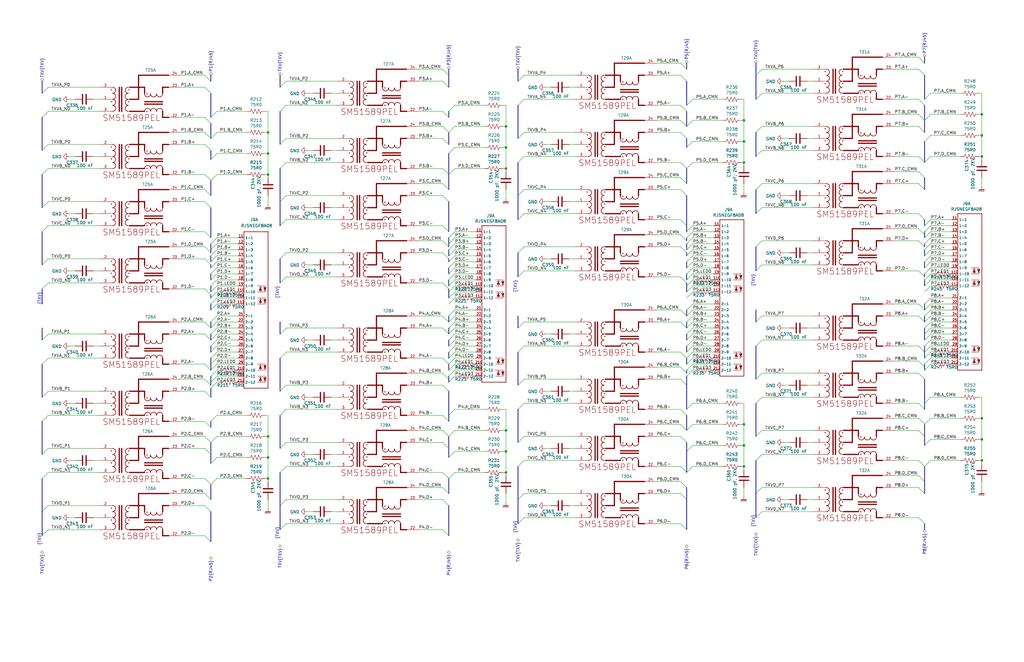
<source format=kicad_sch>
(kicad_sch (version 20200608) (host eeschema "5.99.0-unknown-1973153~101~ubuntu20.04.1")
  (page 1 12)
  (paper "B")
  (bus_alias "TXV" (members "TXVA_P[7..0]" "TXVA_N[7..0]" "TXVB_P[7..0]" "TXVB_N[7..0]" "TXVC_P[7..0]" "TXVC_N[7..0]" "TXVD_P[7..0]" "TXVD_N[7..0]"))
  (bus_alias "RJ45" (members "A+" "A-" "B+" "B-" "C+" "C-" "D+" "D-" "LED[3..0]" "A_CMN" "B_CMN" "C_CMN" "D_CMN"))
  (bus_alias "RJ45" (members "A+" "A-" "B+" "B-" "C+" "C-" "D+" "D-" "LED[3..0]" "A_CMN" "B_CMN" "C_CMN" "D_CMN"))
  (bus_alias "TXV" (members "TXVA_P[7..0]" "TXVA_N[7..0]" "TXVB_P[7..0]" "TXVB_N[7..0]" "TXVC_P[7..0]" "TXVC_N[7..0]" "TXVD_P[7..0]" "TXVD_N[7..0]"))
  (bus_alias "TXV" (members "TXVA_P[7..0]" "TXVA_N[7..0]" "TXVB_P[7..0]" "TXVB_N[7..0]" "TXVC_P[7..0]" "TXVC_N[7..0]" "TXVD_P[7..0]" "TXVD_N[7..0]"))
  (bus_alias "RJ45" (members "A+" "A-" "B+" "B-" "C+" "C-" "D+" "D-" "LED[3..0]" "A_CMN" "B_CMN" "C_CMN" "D_CMN"))
  (bus_alias "RJ45" (members "A+" "A-" "B+" "B-" "C+" "C-" "D+" "D-" "LED[3..0]" "A_CMN" "B_CMN" "C_CMN" "D_CMN"))
  (bus_alias "TXV" (members "TXVA_P[7..0]" "TXVA_N[7..0]" "TXVB_P[7..0]" "TXVB_N[7..0]" "TXVC_P[7..0]" "TXVC_N[7..0]" "TXVD_P[7..0]" "TXVD_N[7..0]"))
  (junction (at 113.03 55.88))
  (junction (at 113.03 64.77))
  (junction (at 113.03 73.66))
  (junction (at 113.03 184.15))
  (junction (at 113.03 193.04))
  (junction (at 113.03 201.93))
  (junction (at 213.36 53.34))
  (junction (at 213.36 62.23))
  (junction (at 213.36 71.12))
  (junction (at 213.36 181.61))
  (junction (at 213.36 190.5))
  (junction (at 213.36 199.39))
  (junction (at 313.69 50.8))
  (junction (at 313.69 59.69))
  (junction (at 313.69 68.58))
  (junction (at 313.69 179.07))
  (junction (at 313.69 187.96))
  (junction (at 313.69 196.85))
  (junction (at 414.02 48.26))
  (junction (at 414.02 57.15))
  (junction (at 414.02 66.04))
  (junction (at 414.02 176.53))
  (junction (at 414.02 185.42))
  (junction (at 414.02 194.31))
  (bus_entry (at 17.78 39.37) (size 2.54 -2.54))
  (bus_entry (at 17.78 49.53) (size 2.54 -2.54))
  (bus_entry (at 17.78 63.5) (size 2.54 -2.54))
  (bus_entry (at 17.78 73.66) (size 2.54 -2.54))
  (bus_entry (at 17.78 87.63) (size 2.54 -2.54))
  (bus_entry (at 17.78 97.79) (size 2.54 -2.54))
  (bus_entry (at 17.78 111.76) (size 2.54 -2.54))
  (bus_entry (at 17.78 121.92) (size 2.54 -2.54))
  (bus_entry (at 17.78 143.51) (size 2.54 -2.54))
  (bus_entry (at 17.78 153.67) (size 2.54 -2.54))
  (bus_entry (at 17.78 167.64) (size 2.54 -2.54))
  (bus_entry (at 17.78 177.8) (size 2.54 -2.54))
  (bus_entry (at 17.78 191.77) (size 2.54 -2.54))
  (bus_entry (at 17.78 201.93) (size 2.54 -2.54))
  (bus_entry (at 17.78 215.9) (size 2.54 -2.54))
  (bus_entry (at 17.78 226.06) (size 2.54 -2.54))
  (bus_entry (at 86.36 31.75) (size 2.54 2.54))
  (bus_entry (at 86.36 36.83) (size 2.54 2.54))
  (bus_entry (at 86.36 49.53) (size 2.54 2.54))
  (bus_entry (at 86.36 55.88) (size 2.54 2.54))
  (bus_entry (at 86.36 60.96) (size 2.54 2.54))
  (bus_entry (at 86.36 73.66) (size 2.54 2.54))
  (bus_entry (at 86.36 80.01) (size 2.54 2.54))
  (bus_entry (at 86.36 85.09) (size 2.54 2.54))
  (bus_entry (at 86.36 97.79) (size 2.54 2.54))
  (bus_entry (at 86.36 104.14) (size 2.54 2.54))
  (bus_entry (at 86.36 109.22) (size 2.54 2.54))
  (bus_entry (at 86.36 121.92) (size 2.54 2.54))
  (bus_entry (at 86.36 135.89) (size 2.54 2.54))
  (bus_entry (at 86.36 140.97) (size 2.54 2.54))
  (bus_entry (at 86.36 153.67) (size 2.54 2.54))
  (bus_entry (at 86.36 160.02) (size 2.54 2.54))
  (bus_entry (at 86.36 165.1) (size 2.54 2.54))
  (bus_entry (at 86.36 177.8) (size 2.54 2.54))
  (bus_entry (at 86.36 184.15) (size 2.54 2.54))
  (bus_entry (at 86.36 189.23) (size 2.54 2.54))
  (bus_entry (at 86.36 201.93) (size 2.54 2.54))
  (bus_entry (at 86.36 208.28) (size 2.54 2.54))
  (bus_entry (at 86.36 213.36) (size 2.54 2.54))
  (bus_entry (at 86.36 226.06) (size 2.54 2.54))
  (bus_entry (at 88.9 49.53) (size 2.54 -2.54))
  (bus_entry (at 88.9 58.42) (size 2.54 -2.54))
  (bus_entry (at 88.9 67.31) (size 2.54 -2.54))
  (bus_entry (at 88.9 76.2) (size 2.54 -2.54))
  (bus_entry (at 88.9 102.87) (size 2.54 -2.54))
  (bus_entry (at 88.9 105.41) (size 2.54 -2.54))
  (bus_entry (at 88.9 107.95) (size 2.54 -2.54))
  (bus_entry (at 88.9 110.49) (size 2.54 -2.54))
  (bus_entry (at 88.9 113.03) (size 2.54 -2.54))
  (bus_entry (at 88.9 115.57) (size 2.54 -2.54))
  (bus_entry (at 88.9 118.11) (size 2.54 -2.54))
  (bus_entry (at 88.9 120.65) (size 2.54 -2.54))
  (bus_entry (at 88.9 123.19) (size 2.54 -2.54))
  (bus_entry (at 88.9 125.73) (size 2.54 -2.54))
  (bus_entry (at 88.9 128.27) (size 2.54 -2.54))
  (bus_entry (at 88.9 130.81) (size 2.54 -2.54))
  (bus_entry (at 88.9 135.89) (size 2.54 -2.54))
  (bus_entry (at 88.9 138.43) (size 2.54 -2.54))
  (bus_entry (at 88.9 140.97) (size 2.54 -2.54))
  (bus_entry (at 88.9 143.51) (size 2.54 -2.54))
  (bus_entry (at 88.9 146.05) (size 2.54 -2.54))
  (bus_entry (at 88.9 148.59) (size 2.54 -2.54))
  (bus_entry (at 88.9 151.13) (size 2.54 -2.54))
  (bus_entry (at 88.9 153.67) (size 2.54 -2.54))
  (bus_entry (at 88.9 156.21) (size 2.54 -2.54))
  (bus_entry (at 88.9 158.75) (size 2.54 -2.54))
  (bus_entry (at 88.9 161.29) (size 2.54 -2.54))
  (bus_entry (at 88.9 163.83) (size 2.54 -2.54))
  (bus_entry (at 88.9 177.8) (size 2.54 -2.54))
  (bus_entry (at 88.9 186.69) (size 2.54 -2.54))
  (bus_entry (at 88.9 195.58) (size 2.54 -2.54))
  (bus_entry (at 88.9 204.47) (size 2.54 -2.54))
  (bus_entry (at 118.11 36.83) (size 2.54 -2.54))
  (bus_entry (at 118.11 46.99) (size 2.54 -2.54))
  (bus_entry (at 118.11 60.96) (size 2.54 -2.54))
  (bus_entry (at 118.11 71.12) (size 2.54 -2.54))
  (bus_entry (at 118.11 85.09) (size 2.54 -2.54))
  (bus_entry (at 118.11 95.25) (size 2.54 -2.54))
  (bus_entry (at 118.11 109.22) (size 2.54 -2.54))
  (bus_entry (at 118.11 119.38) (size 2.54 -2.54))
  (bus_entry (at 118.11 140.97) (size 2.54 -2.54))
  (bus_entry (at 118.11 151.13) (size 2.54 -2.54))
  (bus_entry (at 118.11 165.1) (size 2.54 -2.54))
  (bus_entry (at 118.11 175.26) (size 2.54 -2.54))
  (bus_entry (at 118.11 189.23) (size 2.54 -2.54))
  (bus_entry (at 118.11 199.39) (size 2.54 -2.54))
  (bus_entry (at 118.11 213.36) (size 2.54 -2.54))
  (bus_entry (at 118.11 223.52) (size 2.54 -2.54))
  (bus_entry (at 186.69 29.21) (size 2.54 2.54))
  (bus_entry (at 186.69 34.29) (size 2.54 2.54))
  (bus_entry (at 186.69 46.99) (size 2.54 2.54))
  (bus_entry (at 186.69 53.34) (size 2.54 2.54))
  (bus_entry (at 186.69 58.42) (size 2.54 2.54))
  (bus_entry (at 186.69 71.12) (size 2.54 2.54))
  (bus_entry (at 186.69 77.47) (size 2.54 2.54))
  (bus_entry (at 186.69 82.55) (size 2.54 2.54))
  (bus_entry (at 186.69 95.25) (size 2.54 2.54))
  (bus_entry (at 186.69 101.6) (size 2.54 2.54))
  (bus_entry (at 186.69 106.68) (size 2.54 2.54))
  (bus_entry (at 186.69 119.38) (size 2.54 2.54))
  (bus_entry (at 186.69 133.35) (size 2.54 2.54))
  (bus_entry (at 186.69 138.43) (size 2.54 2.54))
  (bus_entry (at 186.69 151.13) (size 2.54 2.54))
  (bus_entry (at 186.69 157.48) (size 2.54 2.54))
  (bus_entry (at 186.69 162.56) (size 2.54 2.54))
  (bus_entry (at 186.69 175.26) (size 2.54 2.54))
  (bus_entry (at 186.69 181.61) (size 2.54 2.54))
  (bus_entry (at 186.69 186.69) (size 2.54 2.54))
  (bus_entry (at 186.69 199.39) (size 2.54 2.54))
  (bus_entry (at 186.69 205.74) (size 2.54 2.54))
  (bus_entry (at 186.69 210.82) (size 2.54 2.54))
  (bus_entry (at 186.69 223.52) (size 2.54 2.54))
  (bus_entry (at 189.23 46.99) (size 2.54 -2.54))
  (bus_entry (at 189.23 55.88) (size 2.54 -2.54))
  (bus_entry (at 189.23 64.77) (size 2.54 -2.54))
  (bus_entry (at 189.23 73.66) (size 2.54 -2.54))
  (bus_entry (at 189.23 100.33) (size 2.54 -2.54))
  (bus_entry (at 189.23 102.87) (size 2.54 -2.54))
  (bus_entry (at 189.23 105.41) (size 2.54 -2.54))
  (bus_entry (at 189.23 107.95) (size 2.54 -2.54))
  (bus_entry (at 189.23 110.49) (size 2.54 -2.54))
  (bus_entry (at 189.23 113.03) (size 2.54 -2.54))
  (bus_entry (at 189.23 115.57) (size 2.54 -2.54))
  (bus_entry (at 189.23 118.11) (size 2.54 -2.54))
  (bus_entry (at 189.23 120.65) (size 2.54 -2.54))
  (bus_entry (at 189.23 123.19) (size 2.54 -2.54))
  (bus_entry (at 189.23 125.73) (size 2.54 -2.54))
  (bus_entry (at 189.23 128.27) (size 2.54 -2.54))
  (bus_entry (at 189.23 133.35) (size 2.54 -2.54))
  (bus_entry (at 189.23 135.89) (size 2.54 -2.54))
  (bus_entry (at 189.23 138.43) (size 2.54 -2.54))
  (bus_entry (at 189.23 140.97) (size 2.54 -2.54))
  (bus_entry (at 189.23 143.51) (size 2.54 -2.54))
  (bus_entry (at 189.23 146.05) (size 2.54 -2.54))
  (bus_entry (at 189.23 148.59) (size 2.54 -2.54))
  (bus_entry (at 189.23 151.13) (size 2.54 -2.54))
  (bus_entry (at 189.23 153.67) (size 2.54 -2.54))
  (bus_entry (at 189.23 156.21) (size 2.54 -2.54))
  (bus_entry (at 189.23 158.75) (size 2.54 -2.54))
  (bus_entry (at 189.23 161.29) (size 2.54 -2.54))
  (bus_entry (at 189.23 175.26) (size 2.54 -2.54))
  (bus_entry (at 189.23 184.15) (size 2.54 -2.54))
  (bus_entry (at 189.23 193.04) (size 2.54 -2.54))
  (bus_entry (at 189.23 201.93) (size 2.54 -2.54))
  (bus_entry (at 218.44 34.29) (size 2.54 -2.54))
  (bus_entry (at 218.44 44.45) (size 2.54 -2.54))
  (bus_entry (at 218.44 58.42) (size 2.54 -2.54))
  (bus_entry (at 218.44 68.58) (size 2.54 -2.54))
  (bus_entry (at 218.44 82.55) (size 2.54 -2.54))
  (bus_entry (at 218.44 92.71) (size 2.54 -2.54))
  (bus_entry (at 218.44 106.68) (size 2.54 -2.54))
  (bus_entry (at 218.44 116.84) (size 2.54 -2.54))
  (bus_entry (at 218.44 138.43) (size 2.54 -2.54))
  (bus_entry (at 218.44 148.59) (size 2.54 -2.54))
  (bus_entry (at 218.44 162.56) (size 2.54 -2.54))
  (bus_entry (at 218.44 172.72) (size 2.54 -2.54))
  (bus_entry (at 218.44 186.69) (size 2.54 -2.54))
  (bus_entry (at 218.44 196.85) (size 2.54 -2.54))
  (bus_entry (at 218.44 210.82) (size 2.54 -2.54))
  (bus_entry (at 218.44 220.98) (size 2.54 -2.54))
  (bus_entry (at 287.02 26.67) (size 2.54 2.54))
  (bus_entry (at 287.02 31.75) (size 2.54 2.54))
  (bus_entry (at 287.02 44.45) (size 2.54 2.54))
  (bus_entry (at 287.02 50.8) (size 2.54 2.54))
  (bus_entry (at 287.02 55.88) (size 2.54 2.54))
  (bus_entry (at 287.02 68.58) (size 2.54 2.54))
  (bus_entry (at 287.02 74.93) (size 2.54 2.54))
  (bus_entry (at 287.02 80.01) (size 2.54 2.54))
  (bus_entry (at 287.02 92.71) (size 2.54 2.54))
  (bus_entry (at 287.02 99.06) (size 2.54 2.54))
  (bus_entry (at 287.02 104.14) (size 2.54 2.54))
  (bus_entry (at 287.02 116.84) (size 2.54 2.54))
  (bus_entry (at 287.02 130.81) (size 2.54 2.54))
  (bus_entry (at 287.02 135.89) (size 2.54 2.54))
  (bus_entry (at 287.02 148.59) (size 2.54 2.54))
  (bus_entry (at 287.02 154.94) (size 2.54 2.54))
  (bus_entry (at 287.02 160.02) (size 2.54 2.54))
  (bus_entry (at 287.02 172.72) (size 2.54 2.54))
  (bus_entry (at 287.02 179.07) (size 2.54 2.54))
  (bus_entry (at 287.02 184.15) (size 2.54 2.54))
  (bus_entry (at 287.02 196.85) (size 2.54 2.54))
  (bus_entry (at 287.02 203.2) (size 2.54 2.54))
  (bus_entry (at 287.02 208.28) (size 2.54 2.54))
  (bus_entry (at 287.02 220.98) (size 2.54 2.54))
  (bus_entry (at 289.56 44.45) (size 2.54 -2.54))
  (bus_entry (at 289.56 53.34) (size 2.54 -2.54))
  (bus_entry (at 289.56 62.23) (size 2.54 -2.54))
  (bus_entry (at 289.56 71.12) (size 2.54 -2.54))
  (bus_entry (at 289.56 97.79) (size 2.54 -2.54))
  (bus_entry (at 289.56 100.33) (size 2.54 -2.54))
  (bus_entry (at 289.56 102.87) (size 2.54 -2.54))
  (bus_entry (at 289.56 105.41) (size 2.54 -2.54))
  (bus_entry (at 289.56 107.95) (size 2.54 -2.54))
  (bus_entry (at 289.56 110.49) (size 2.54 -2.54))
  (bus_entry (at 289.56 113.03) (size 2.54 -2.54))
  (bus_entry (at 289.56 115.57) (size 2.54 -2.54))
  (bus_entry (at 289.56 118.11) (size 2.54 -2.54))
  (bus_entry (at 289.56 120.65) (size 2.54 -2.54))
  (bus_entry (at 289.56 123.19) (size 2.54 -2.54))
  (bus_entry (at 289.56 125.73) (size 2.54 -2.54))
  (bus_entry (at 289.56 130.81) (size 2.54 -2.54))
  (bus_entry (at 289.56 133.35) (size 2.54 -2.54))
  (bus_entry (at 289.56 135.89) (size 2.54 -2.54))
  (bus_entry (at 289.56 138.43) (size 2.54 -2.54))
  (bus_entry (at 289.56 140.97) (size 2.54 -2.54))
  (bus_entry (at 289.56 143.51) (size 2.54 -2.54))
  (bus_entry (at 289.56 146.05) (size 2.54 -2.54))
  (bus_entry (at 289.56 148.59) (size 2.54 -2.54))
  (bus_entry (at 289.56 151.13) (size 2.54 -2.54))
  (bus_entry (at 289.56 153.67) (size 2.54 -2.54))
  (bus_entry (at 289.56 156.21) (size 2.54 -2.54))
  (bus_entry (at 289.56 158.75) (size 2.54 -2.54))
  (bus_entry (at 289.56 172.72) (size 2.54 -2.54))
  (bus_entry (at 289.56 181.61) (size 2.54 -2.54))
  (bus_entry (at 289.56 190.5) (size 2.54 -2.54))
  (bus_entry (at 289.56 199.39) (size 2.54 -2.54))
  (bus_entry (at 318.77 31.75) (size 2.54 -2.54))
  (bus_entry (at 318.77 41.91) (size 2.54 -2.54))
  (bus_entry (at 318.77 55.88) (size 2.54 -2.54))
  (bus_entry (at 318.77 66.04) (size 2.54 -2.54))
  (bus_entry (at 318.77 80.01) (size 2.54 -2.54))
  (bus_entry (at 318.77 90.17) (size 2.54 -2.54))
  (bus_entry (at 318.77 104.14) (size 2.54 -2.54))
  (bus_entry (at 318.77 114.3) (size 2.54 -2.54))
  (bus_entry (at 318.77 135.89) (size 2.54 -2.54))
  (bus_entry (at 318.77 146.05) (size 2.54 -2.54))
  (bus_entry (at 318.77 160.02) (size 2.54 -2.54))
  (bus_entry (at 318.77 170.18) (size 2.54 -2.54))
  (bus_entry (at 318.77 184.15) (size 2.54 -2.54))
  (bus_entry (at 318.77 194.31) (size 2.54 -2.54))
  (bus_entry (at 318.77 208.28) (size 2.54 -2.54))
  (bus_entry (at 318.77 218.44) (size 2.54 -2.54))
  (bus_entry (at 387.35 24.13) (size 2.54 2.54))
  (bus_entry (at 387.35 29.21) (size 2.54 2.54))
  (bus_entry (at 387.35 41.91) (size 2.54 2.54))
  (bus_entry (at 387.35 48.26) (size 2.54 2.54))
  (bus_entry (at 387.35 53.34) (size 2.54 2.54))
  (bus_entry (at 387.35 66.04) (size 2.54 2.54))
  (bus_entry (at 387.35 72.39) (size 2.54 2.54))
  (bus_entry (at 387.35 77.47) (size 2.54 2.54))
  (bus_entry (at 387.35 90.17) (size 2.54 2.54))
  (bus_entry (at 387.35 96.52) (size 2.54 2.54))
  (bus_entry (at 387.35 101.6) (size 2.54 2.54))
  (bus_entry (at 387.35 114.3) (size 2.54 2.54))
  (bus_entry (at 387.35 128.27) (size 2.54 2.54))
  (bus_entry (at 387.35 133.35) (size 2.54 2.54))
  (bus_entry (at 387.35 146.05) (size 2.54 2.54))
  (bus_entry (at 387.35 152.4) (size 2.54 2.54))
  (bus_entry (at 387.35 157.48) (size 2.54 2.54))
  (bus_entry (at 387.35 170.18) (size 2.54 2.54))
  (bus_entry (at 387.35 176.53) (size 2.54 2.54))
  (bus_entry (at 387.35 181.61) (size 2.54 2.54))
  (bus_entry (at 387.35 194.31) (size 2.54 2.54))
  (bus_entry (at 387.35 200.66) (size 2.54 2.54))
  (bus_entry (at 387.35 205.74) (size 2.54 2.54))
  (bus_entry (at 387.35 218.44) (size 2.54 2.54))
  (bus_entry (at 389.89 41.91) (size 2.54 -2.54))
  (bus_entry (at 389.89 50.8) (size 2.54 -2.54))
  (bus_entry (at 389.89 59.69) (size 2.54 -2.54))
  (bus_entry (at 389.89 68.58) (size 2.54 -2.54))
  (bus_entry (at 389.89 95.25) (size 2.54 -2.54))
  (bus_entry (at 389.89 97.79) (size 2.54 -2.54))
  (bus_entry (at 389.89 100.33) (size 2.54 -2.54))
  (bus_entry (at 389.89 102.87) (size 2.54 -2.54))
  (bus_entry (at 389.89 105.41) (size 2.54 -2.54))
  (bus_entry (at 389.89 107.95) (size 2.54 -2.54))
  (bus_entry (at 389.89 110.49) (size 2.54 -2.54))
  (bus_entry (at 389.89 113.03) (size 2.54 -2.54))
  (bus_entry (at 389.89 115.57) (size 2.54 -2.54))
  (bus_entry (at 389.89 118.11) (size 2.54 -2.54))
  (bus_entry (at 389.89 120.65) (size 2.54 -2.54))
  (bus_entry (at 389.89 123.19) (size 2.54 -2.54))
  (bus_entry (at 389.89 128.27) (size 2.54 -2.54))
  (bus_entry (at 389.89 130.81) (size 2.54 -2.54))
  (bus_entry (at 389.89 133.35) (size 2.54 -2.54))
  (bus_entry (at 389.89 135.89) (size 2.54 -2.54))
  (bus_entry (at 389.89 138.43) (size 2.54 -2.54))
  (bus_entry (at 389.89 140.97) (size 2.54 -2.54))
  (bus_entry (at 389.89 143.51) (size 2.54 -2.54))
  (bus_entry (at 389.89 146.05) (size 2.54 -2.54))
  (bus_entry (at 389.89 148.59) (size 2.54 -2.54))
  (bus_entry (at 389.89 151.13) (size 2.54 -2.54))
  (bus_entry (at 389.89 153.67) (size 2.54 -2.54))
  (bus_entry (at 389.89 156.21) (size 2.54 -2.54))
  (bus_entry (at 389.89 170.18) (size 2.54 -2.54))
  (bus_entry (at 389.89 179.07) (size 2.54 -2.54))
  (bus_entry (at 389.89 187.96) (size 2.54 -2.54))
  (bus_entry (at 389.89 196.85) (size 2.54 -2.54))
  (wire (pts (xy 20.32 36.83) (xy 41.91 36.83)))
  (wire (pts (xy 20.32 46.99) (xy 41.91 46.99)))
  (wire (pts (xy 20.32 60.96) (xy 41.91 60.96)))
  (wire (pts (xy 20.32 71.12) (xy 41.91 71.12)))
  (wire (pts (xy 20.32 85.09) (xy 41.91 85.09)))
  (wire (pts (xy 20.32 95.25) (xy 41.91 95.25)))
  (wire (pts (xy 20.32 109.22) (xy 41.91 109.22)))
  (wire (pts (xy 20.32 119.38) (xy 41.91 119.38)))
  (wire (pts (xy 20.32 140.97) (xy 41.91 140.97)))
  (wire (pts (xy 20.32 151.13) (xy 41.91 151.13)))
  (wire (pts (xy 20.32 165.1) (xy 41.91 165.1)))
  (wire (pts (xy 20.32 175.26) (xy 41.91 175.26)))
  (wire (pts (xy 20.32 189.23) (xy 41.91 189.23)))
  (wire (pts (xy 20.32 199.39) (xy 41.91 199.39)))
  (wire (pts (xy 20.32 213.36) (xy 41.91 213.36)))
  (wire (pts (xy 20.32 223.52) (xy 41.91 223.52)))
  (wire (pts (xy 29.21 41.91) (xy 31.75 41.91)))
  (wire (pts (xy 29.21 66.04) (xy 31.75 66.04)))
  (wire (pts (xy 29.21 90.17) (xy 31.75 90.17)))
  (wire (pts (xy 29.21 114.3) (xy 31.75 114.3)))
  (wire (pts (xy 29.21 146.05) (xy 31.75 146.05)))
  (wire (pts (xy 29.21 170.18) (xy 31.75 170.18)))
  (wire (pts (xy 29.21 194.31) (xy 31.75 194.31)))
  (wire (pts (xy 29.21 218.44) (xy 31.75 218.44)))
  (wire (pts (xy 39.37 41.91) (xy 41.91 41.91)))
  (wire (pts (xy 39.37 66.04) (xy 41.91 66.04)))
  (wire (pts (xy 39.37 90.17) (xy 41.91 90.17)))
  (wire (pts (xy 39.37 114.3) (xy 41.91 114.3)))
  (wire (pts (xy 39.37 146.05) (xy 41.91 146.05)))
  (wire (pts (xy 39.37 170.18) (xy 41.91 170.18)))
  (wire (pts (xy 39.37 194.31) (xy 41.91 194.31)))
  (wire (pts (xy 39.37 218.44) (xy 41.91 218.44)))
  (wire (pts (xy 76.2 31.75) (xy 86.36 31.75)))
  (wire (pts (xy 76.2 36.83) (xy 86.36 36.83)))
  (wire (pts (xy 76.2 49.53) (xy 86.36 49.53)))
  (wire (pts (xy 76.2 55.88) (xy 86.36 55.88)))
  (wire (pts (xy 76.2 60.96) (xy 86.36 60.96)))
  (wire (pts (xy 76.2 73.66) (xy 86.36 73.66)))
  (wire (pts (xy 76.2 80.01) (xy 86.36 80.01)))
  (wire (pts (xy 76.2 85.09) (xy 86.36 85.09)))
  (wire (pts (xy 76.2 97.79) (xy 86.36 97.79)))
  (wire (pts (xy 76.2 104.14) (xy 86.36 104.14)))
  (wire (pts (xy 76.2 109.22) (xy 86.36 109.22)))
  (wire (pts (xy 76.2 135.89) (xy 86.36 135.89)))
  (wire (pts (xy 76.2 140.97) (xy 86.36 140.97)))
  (wire (pts (xy 76.2 153.67) (xy 86.36 153.67)))
  (wire (pts (xy 76.2 160.02) (xy 86.36 160.02)))
  (wire (pts (xy 76.2 165.1) (xy 86.36 165.1)))
  (wire (pts (xy 76.2 177.8) (xy 86.36 177.8)))
  (wire (pts (xy 76.2 184.15) (xy 86.36 184.15)))
  (wire (pts (xy 76.2 189.23) (xy 86.36 189.23)))
  (wire (pts (xy 76.2 201.93) (xy 86.36 201.93)))
  (wire (pts (xy 76.2 208.28) (xy 86.36 208.28)))
  (wire (pts (xy 76.2 213.36) (xy 86.36 213.36)))
  (wire (pts (xy 86.36 121.92) (xy 76.2 121.92)))
  (wire (pts (xy 86.36 226.06) (xy 76.2 226.06)))
  (wire (pts (xy 91.44 46.99) (xy 104.14 46.99)))
  (wire (pts (xy 91.44 55.88) (xy 104.14 55.88)))
  (wire (pts (xy 91.44 64.77) (xy 104.14 64.77)))
  (wire (pts (xy 91.44 73.66) (xy 104.14 73.66)))
  (wire (pts (xy 91.44 100.33) (xy 100.33 100.33)))
  (wire (pts (xy 91.44 102.87) (xy 100.33 102.87)))
  (wire (pts (xy 91.44 105.41) (xy 100.33 105.41)))
  (wire (pts (xy 91.44 107.95) (xy 100.33 107.95)))
  (wire (pts (xy 91.44 110.49) (xy 100.33 110.49)))
  (wire (pts (xy 91.44 113.03) (xy 100.33 113.03)))
  (wire (pts (xy 91.44 115.57) (xy 100.33 115.57)))
  (wire (pts (xy 91.44 118.11) (xy 100.33 118.11)))
  (wire (pts (xy 91.44 120.65) (xy 100.33 120.65)))
  (wire (pts (xy 91.44 123.19) (xy 92.71 123.19)))
  (wire (pts (xy 91.44 125.73) (xy 100.33 125.73)))
  (wire (pts (xy 91.44 128.27) (xy 92.71 128.27)))
  (wire (pts (xy 91.44 133.35) (xy 100.33 133.35)))
  (wire (pts (xy 91.44 135.89) (xy 100.33 135.89)))
  (wire (pts (xy 91.44 138.43) (xy 100.33 138.43)))
  (wire (pts (xy 91.44 140.97) (xy 100.33 140.97)))
  (wire (pts (xy 91.44 143.51) (xy 100.33 143.51)))
  (wire (pts (xy 91.44 146.05) (xy 100.33 146.05)))
  (wire (pts (xy 91.44 148.59) (xy 100.33 148.59)))
  (wire (pts (xy 91.44 151.13) (xy 100.33 151.13)))
  (wire (pts (xy 91.44 153.67) (xy 100.33 153.67)))
  (wire (pts (xy 91.44 156.21) (xy 92.71 156.21)))
  (wire (pts (xy 91.44 158.75) (xy 100.33 158.75)))
  (wire (pts (xy 91.44 161.29) (xy 92.71 161.29)))
  (wire (pts (xy 91.44 175.26) (xy 104.14 175.26)))
  (wire (pts (xy 91.44 184.15) (xy 104.14 184.15)))
  (wire (pts (xy 91.44 193.04) (xy 104.14 193.04)))
  (wire (pts (xy 91.44 201.93) (xy 104.14 201.93)))
  (wire (pts (xy 111.76 46.99) (xy 113.03 46.99)))
  (wire (pts (xy 111.76 55.88) (xy 113.03 55.88)))
  (wire (pts (xy 111.76 64.77) (xy 113.03 64.77)))
  (wire (pts (xy 111.76 73.66) (xy 113.03 73.66)))
  (wire (pts (xy 111.76 175.26) (xy 113.03 175.26)))
  (wire (pts (xy 111.76 184.15) (xy 113.03 184.15)))
  (wire (pts (xy 111.76 193.04) (xy 113.03 193.04)))
  (wire (pts (xy 111.76 201.93) (xy 113.03 201.93)))
  (wire (pts (xy 113.03 46.99) (xy 113.03 55.88)))
  (wire (pts (xy 113.03 55.88) (xy 113.03 64.77)))
  (wire (pts (xy 113.03 64.77) (xy 113.03 73.66)))
  (wire (pts (xy 113.03 73.66) (xy 113.03 74.93)))
  (wire (pts (xy 113.03 82.55) (xy 113.03 86.36)))
  (wire (pts (xy 113.03 175.26) (xy 113.03 184.15)))
  (wire (pts (xy 113.03 184.15) (xy 113.03 193.04)))
  (wire (pts (xy 113.03 193.04) (xy 113.03 201.93)))
  (wire (pts (xy 113.03 201.93) (xy 113.03 203.2)))
  (wire (pts (xy 113.03 210.82) (xy 113.03 214.63)))
  (wire (pts (xy 120.65 34.29) (xy 142.24 34.29)))
  (wire (pts (xy 120.65 44.45) (xy 142.24 44.45)))
  (wire (pts (xy 120.65 58.42) (xy 142.24 58.42)))
  (wire (pts (xy 120.65 68.58) (xy 142.24 68.58)))
  (wire (pts (xy 120.65 82.55) (xy 142.24 82.55)))
  (wire (pts (xy 120.65 92.71) (xy 142.24 92.71)))
  (wire (pts (xy 120.65 106.68) (xy 142.24 106.68)))
  (wire (pts (xy 120.65 116.84) (xy 142.24 116.84)))
  (wire (pts (xy 120.65 138.43) (xy 142.24 138.43)))
  (wire (pts (xy 120.65 148.59) (xy 142.24 148.59)))
  (wire (pts (xy 120.65 162.56) (xy 142.24 162.56)))
  (wire (pts (xy 120.65 172.72) (xy 142.24 172.72)))
  (wire (pts (xy 120.65 186.69) (xy 142.24 186.69)))
  (wire (pts (xy 120.65 196.85) (xy 142.24 196.85)))
  (wire (pts (xy 120.65 210.82) (xy 142.24 210.82)))
  (wire (pts (xy 120.65 220.98) (xy 142.24 220.98)))
  (wire (pts (xy 129.54 39.37) (xy 132.08 39.37)))
  (wire (pts (xy 129.54 63.5) (xy 132.08 63.5)))
  (wire (pts (xy 129.54 87.63) (xy 132.08 87.63)))
  (wire (pts (xy 129.54 111.76) (xy 132.08 111.76)))
  (wire (pts (xy 129.54 143.51) (xy 132.08 143.51)))
  (wire (pts (xy 129.54 167.64) (xy 132.08 167.64)))
  (wire (pts (xy 129.54 191.77) (xy 132.08 191.77)))
  (wire (pts (xy 129.54 215.9) (xy 132.08 215.9)))
  (wire (pts (xy 139.7 39.37) (xy 142.24 39.37)))
  (wire (pts (xy 139.7 63.5) (xy 142.24 63.5)))
  (wire (pts (xy 139.7 87.63) (xy 142.24 87.63)))
  (wire (pts (xy 139.7 111.76) (xy 142.24 111.76)))
  (wire (pts (xy 139.7 143.51) (xy 142.24 143.51)))
  (wire (pts (xy 139.7 167.64) (xy 142.24 167.64)))
  (wire (pts (xy 139.7 191.77) (xy 142.24 191.77)))
  (wire (pts (xy 139.7 215.9) (xy 142.24 215.9)))
  (wire (pts (xy 176.53 29.21) (xy 186.69 29.21)))
  (wire (pts (xy 176.53 34.29) (xy 186.69 34.29)))
  (wire (pts (xy 176.53 46.99) (xy 186.69 46.99)))
  (wire (pts (xy 176.53 53.34) (xy 186.69 53.34)))
  (wire (pts (xy 176.53 58.42) (xy 186.69 58.42)))
  (wire (pts (xy 176.53 71.12) (xy 186.69 71.12)))
  (wire (pts (xy 176.53 77.47) (xy 186.69 77.47)))
  (wire (pts (xy 176.53 82.55) (xy 186.69 82.55)))
  (wire (pts (xy 176.53 95.25) (xy 186.69 95.25)))
  (wire (pts (xy 176.53 101.6) (xy 186.69 101.6)))
  (wire (pts (xy 176.53 106.68) (xy 186.69 106.68)))
  (wire (pts (xy 176.53 133.35) (xy 186.69 133.35)))
  (wire (pts (xy 176.53 138.43) (xy 186.69 138.43)))
  (wire (pts (xy 176.53 151.13) (xy 186.69 151.13)))
  (wire (pts (xy 176.53 157.48) (xy 186.69 157.48)))
  (wire (pts (xy 176.53 162.56) (xy 186.69 162.56)))
  (wire (pts (xy 176.53 175.26) (xy 186.69 175.26)))
  (wire (pts (xy 176.53 181.61) (xy 186.69 181.61)))
  (wire (pts (xy 176.53 186.69) (xy 186.69 186.69)))
  (wire (pts (xy 176.53 199.39) (xy 186.69 199.39)))
  (wire (pts (xy 176.53 205.74) (xy 186.69 205.74)))
  (wire (pts (xy 176.53 210.82) (xy 186.69 210.82)))
  (wire (pts (xy 186.69 119.38) (xy 176.53 119.38)))
  (wire (pts (xy 186.69 223.52) (xy 176.53 223.52)))
  (wire (pts (xy 191.77 44.45) (xy 204.47 44.45)))
  (wire (pts (xy 191.77 53.34) (xy 204.47 53.34)))
  (wire (pts (xy 191.77 62.23) (xy 204.47 62.23)))
  (wire (pts (xy 191.77 71.12) (xy 204.47 71.12)))
  (wire (pts (xy 191.77 97.79) (xy 200.66 97.79)))
  (wire (pts (xy 191.77 100.33) (xy 200.66 100.33)))
  (wire (pts (xy 191.77 102.87) (xy 200.66 102.87)))
  (wire (pts (xy 191.77 105.41) (xy 200.66 105.41)))
  (wire (pts (xy 191.77 107.95) (xy 200.66 107.95)))
  (wire (pts (xy 191.77 110.49) (xy 200.66 110.49)))
  (wire (pts (xy 191.77 113.03) (xy 200.66 113.03)))
  (wire (pts (xy 191.77 115.57) (xy 200.66 115.57)))
  (wire (pts (xy 191.77 118.11) (xy 200.66 118.11)))
  (wire (pts (xy 191.77 120.65) (xy 193.04 120.65)))
  (wire (pts (xy 191.77 123.19) (xy 200.66 123.19)))
  (wire (pts (xy 191.77 125.73) (xy 193.04 125.73)))
  (wire (pts (xy 191.77 130.81) (xy 200.66 130.81)))
  (wire (pts (xy 191.77 133.35) (xy 200.66 133.35)))
  (wire (pts (xy 191.77 135.89) (xy 200.66 135.89)))
  (wire (pts (xy 191.77 138.43) (xy 200.66 138.43)))
  (wire (pts (xy 191.77 140.97) (xy 200.66 140.97)))
  (wire (pts (xy 191.77 143.51) (xy 200.66 143.51)))
  (wire (pts (xy 191.77 146.05) (xy 200.66 146.05)))
  (wire (pts (xy 191.77 148.59) (xy 200.66 148.59)))
  (wire (pts (xy 191.77 151.13) (xy 200.66 151.13)))
  (wire (pts (xy 191.77 153.67) (xy 193.04 153.67)))
  (wire (pts (xy 191.77 156.21) (xy 200.66 156.21)))
  (wire (pts (xy 191.77 158.75) (xy 193.04 158.75)))
  (wire (pts (xy 191.77 172.72) (xy 204.47 172.72)))
  (wire (pts (xy 191.77 181.61) (xy 204.47 181.61)))
  (wire (pts (xy 191.77 190.5) (xy 204.47 190.5)))
  (wire (pts (xy 191.77 199.39) (xy 204.47 199.39)))
  (wire (pts (xy 212.09 44.45) (xy 213.36 44.45)))
  (wire (pts (xy 212.09 53.34) (xy 213.36 53.34)))
  (wire (pts (xy 212.09 62.23) (xy 213.36 62.23)))
  (wire (pts (xy 212.09 71.12) (xy 213.36 71.12)))
  (wire (pts (xy 212.09 172.72) (xy 213.36 172.72)))
  (wire (pts (xy 212.09 181.61) (xy 213.36 181.61)))
  (wire (pts (xy 212.09 190.5) (xy 213.36 190.5)))
  (wire (pts (xy 212.09 199.39) (xy 213.36 199.39)))
  (wire (pts (xy 213.36 44.45) (xy 213.36 53.34)))
  (wire (pts (xy 213.36 53.34) (xy 213.36 62.23)))
  (wire (pts (xy 213.36 62.23) (xy 213.36 71.12)))
  (wire (pts (xy 213.36 71.12) (xy 213.36 72.39)))
  (wire (pts (xy 213.36 80.01) (xy 213.36 83.82)))
  (wire (pts (xy 213.36 172.72) (xy 213.36 181.61)))
  (wire (pts (xy 213.36 181.61) (xy 213.36 190.5)))
  (wire (pts (xy 213.36 190.5) (xy 213.36 199.39)))
  (wire (pts (xy 213.36 199.39) (xy 213.36 200.66)))
  (wire (pts (xy 213.36 208.28) (xy 213.36 212.09)))
  (wire (pts (xy 220.98 31.75) (xy 242.57 31.75)))
  (wire (pts (xy 220.98 41.91) (xy 242.57 41.91)))
  (wire (pts (xy 220.98 55.88) (xy 242.57 55.88)))
  (wire (pts (xy 220.98 66.04) (xy 242.57 66.04)))
  (wire (pts (xy 220.98 80.01) (xy 242.57 80.01)))
  (wire (pts (xy 220.98 90.17) (xy 242.57 90.17)))
  (wire (pts (xy 220.98 104.14) (xy 242.57 104.14)))
  (wire (pts (xy 220.98 114.3) (xy 242.57 114.3)))
  (wire (pts (xy 220.98 135.89) (xy 242.57 135.89)))
  (wire (pts (xy 220.98 146.05) (xy 242.57 146.05)))
  (wire (pts (xy 220.98 160.02) (xy 242.57 160.02)))
  (wire (pts (xy 220.98 170.18) (xy 242.57 170.18)))
  (wire (pts (xy 220.98 184.15) (xy 242.57 184.15)))
  (wire (pts (xy 220.98 194.31) (xy 242.57 194.31)))
  (wire (pts (xy 220.98 208.28) (xy 242.57 208.28)))
  (wire (pts (xy 220.98 218.44) (xy 242.57 218.44)))
  (wire (pts (xy 229.87 36.83) (xy 232.41 36.83)))
  (wire (pts (xy 229.87 60.96) (xy 232.41 60.96)))
  (wire (pts (xy 229.87 85.09) (xy 232.41 85.09)))
  (wire (pts (xy 229.87 109.22) (xy 232.41 109.22)))
  (wire (pts (xy 229.87 140.97) (xy 232.41 140.97)))
  (wire (pts (xy 229.87 165.1) (xy 232.41 165.1)))
  (wire (pts (xy 229.87 189.23) (xy 232.41 189.23)))
  (wire (pts (xy 229.87 213.36) (xy 232.41 213.36)))
  (wire (pts (xy 240.03 36.83) (xy 242.57 36.83)))
  (wire (pts (xy 240.03 60.96) (xy 242.57 60.96)))
  (wire (pts (xy 240.03 85.09) (xy 242.57 85.09)))
  (wire (pts (xy 240.03 109.22) (xy 242.57 109.22)))
  (wire (pts (xy 240.03 140.97) (xy 242.57 140.97)))
  (wire (pts (xy 240.03 165.1) (xy 242.57 165.1)))
  (wire (pts (xy 240.03 189.23) (xy 242.57 189.23)))
  (wire (pts (xy 240.03 213.36) (xy 242.57 213.36)))
  (wire (pts (xy 276.86 26.67) (xy 287.02 26.67)))
  (wire (pts (xy 276.86 31.75) (xy 287.02 31.75)))
  (wire (pts (xy 276.86 44.45) (xy 287.02 44.45)))
  (wire (pts (xy 276.86 50.8) (xy 287.02 50.8)))
  (wire (pts (xy 276.86 55.88) (xy 287.02 55.88)))
  (wire (pts (xy 276.86 68.58) (xy 287.02 68.58)))
  (wire (pts (xy 276.86 74.93) (xy 287.02 74.93)))
  (wire (pts (xy 276.86 80.01) (xy 287.02 80.01)))
  (wire (pts (xy 276.86 92.71) (xy 287.02 92.71)))
  (wire (pts (xy 276.86 99.06) (xy 287.02 99.06)))
  (wire (pts (xy 276.86 104.14) (xy 287.02 104.14)))
  (wire (pts (xy 276.86 130.81) (xy 287.02 130.81)))
  (wire (pts (xy 276.86 135.89) (xy 287.02 135.89)))
  (wire (pts (xy 276.86 148.59) (xy 287.02 148.59)))
  (wire (pts (xy 276.86 154.94) (xy 287.02 154.94)))
  (wire (pts (xy 276.86 160.02) (xy 287.02 160.02)))
  (wire (pts (xy 276.86 172.72) (xy 287.02 172.72)))
  (wire (pts (xy 276.86 179.07) (xy 287.02 179.07)))
  (wire (pts (xy 276.86 184.15) (xy 287.02 184.15)))
  (wire (pts (xy 276.86 196.85) (xy 287.02 196.85)))
  (wire (pts (xy 276.86 203.2) (xy 287.02 203.2)))
  (wire (pts (xy 276.86 208.28) (xy 287.02 208.28)))
  (wire (pts (xy 287.02 116.84) (xy 276.86 116.84)))
  (wire (pts (xy 287.02 220.98) (xy 276.86 220.98)))
  (wire (pts (xy 292.1 41.91) (xy 304.8 41.91)))
  (wire (pts (xy 292.1 50.8) (xy 304.8 50.8)))
  (wire (pts (xy 292.1 59.69) (xy 304.8 59.69)))
  (wire (pts (xy 292.1 68.58) (xy 304.8 68.58)))
  (wire (pts (xy 292.1 95.25) (xy 300.99 95.25)))
  (wire (pts (xy 292.1 97.79) (xy 300.99 97.79)))
  (wire (pts (xy 292.1 100.33) (xy 300.99 100.33)))
  (wire (pts (xy 292.1 102.87) (xy 300.99 102.87)))
  (wire (pts (xy 292.1 105.41) (xy 300.99 105.41)))
  (wire (pts (xy 292.1 107.95) (xy 300.99 107.95)))
  (wire (pts (xy 292.1 110.49) (xy 300.99 110.49)))
  (wire (pts (xy 292.1 113.03) (xy 300.99 113.03)))
  (wire (pts (xy 292.1 115.57) (xy 300.99 115.57)))
  (wire (pts (xy 292.1 118.11) (xy 293.37 118.11)))
  (wire (pts (xy 292.1 120.65) (xy 300.99 120.65)))
  (wire (pts (xy 292.1 123.19) (xy 293.37 123.19)))
  (wire (pts (xy 292.1 128.27) (xy 300.99 128.27)))
  (wire (pts (xy 292.1 130.81) (xy 300.99 130.81)))
  (wire (pts (xy 292.1 133.35) (xy 300.99 133.35)))
  (wire (pts (xy 292.1 135.89) (xy 300.99 135.89)))
  (wire (pts (xy 292.1 138.43) (xy 300.99 138.43)))
  (wire (pts (xy 292.1 140.97) (xy 300.99 140.97)))
  (wire (pts (xy 292.1 143.51) (xy 300.99 143.51)))
  (wire (pts (xy 292.1 146.05) (xy 300.99 146.05)))
  (wire (pts (xy 292.1 148.59) (xy 300.99 148.59)))
  (wire (pts (xy 292.1 151.13) (xy 293.37 151.13)))
  (wire (pts (xy 292.1 153.67) (xy 300.99 153.67)))
  (wire (pts (xy 292.1 156.21) (xy 293.37 156.21)))
  (wire (pts (xy 292.1 170.18) (xy 304.8 170.18)))
  (wire (pts (xy 292.1 179.07) (xy 304.8 179.07)))
  (wire (pts (xy 292.1 187.96) (xy 304.8 187.96)))
  (wire (pts (xy 292.1 196.85) (xy 304.8 196.85)))
  (wire (pts (xy 312.42 41.91) (xy 313.69 41.91)))
  (wire (pts (xy 312.42 50.8) (xy 313.69 50.8)))
  (wire (pts (xy 312.42 59.69) (xy 313.69 59.69)))
  (wire (pts (xy 312.42 68.58) (xy 313.69 68.58)))
  (wire (pts (xy 312.42 170.18) (xy 313.69 170.18)))
  (wire (pts (xy 312.42 179.07) (xy 313.69 179.07)))
  (wire (pts (xy 312.42 187.96) (xy 313.69 187.96)))
  (wire (pts (xy 312.42 196.85) (xy 313.69 196.85)))
  (wire (pts (xy 313.69 41.91) (xy 313.69 50.8)))
  (wire (pts (xy 313.69 50.8) (xy 313.69 59.69)))
  (wire (pts (xy 313.69 59.69) (xy 313.69 68.58)))
  (wire (pts (xy 313.69 68.58) (xy 313.69 69.85)))
  (wire (pts (xy 313.69 77.47) (xy 313.69 81.28)))
  (wire (pts (xy 313.69 170.18) (xy 313.69 179.07)))
  (wire (pts (xy 313.69 179.07) (xy 313.69 187.96)))
  (wire (pts (xy 313.69 187.96) (xy 313.69 196.85)))
  (wire (pts (xy 313.69 196.85) (xy 313.69 198.12)))
  (wire (pts (xy 313.69 205.74) (xy 313.69 209.55)))
  (wire (pts (xy 321.31 29.21) (xy 342.9 29.21)))
  (wire (pts (xy 321.31 39.37) (xy 342.9 39.37)))
  (wire (pts (xy 321.31 53.34) (xy 342.9 53.34)))
  (wire (pts (xy 321.31 63.5) (xy 342.9 63.5)))
  (wire (pts (xy 321.31 77.47) (xy 342.9 77.47)))
  (wire (pts (xy 321.31 87.63) (xy 342.9 87.63)))
  (wire (pts (xy 321.31 101.6) (xy 342.9 101.6)))
  (wire (pts (xy 321.31 111.76) (xy 342.9 111.76)))
  (wire (pts (xy 321.31 133.35) (xy 342.9 133.35)))
  (wire (pts (xy 321.31 143.51) (xy 342.9 143.51)))
  (wire (pts (xy 321.31 157.48) (xy 342.9 157.48)))
  (wire (pts (xy 321.31 167.64) (xy 342.9 167.64)))
  (wire (pts (xy 321.31 181.61) (xy 342.9 181.61)))
  (wire (pts (xy 321.31 191.77) (xy 342.9 191.77)))
  (wire (pts (xy 321.31 205.74) (xy 342.9 205.74)))
  (wire (pts (xy 321.31 215.9) (xy 342.9 215.9)))
  (wire (pts (xy 330.2 34.29) (xy 332.74 34.29)))
  (wire (pts (xy 330.2 58.42) (xy 332.74 58.42)))
  (wire (pts (xy 330.2 82.55) (xy 332.74 82.55)))
  (wire (pts (xy 330.2 106.68) (xy 332.74 106.68)))
  (wire (pts (xy 330.2 138.43) (xy 332.74 138.43)))
  (wire (pts (xy 330.2 162.56) (xy 332.74 162.56)))
  (wire (pts (xy 330.2 186.69) (xy 332.74 186.69)))
  (wire (pts (xy 330.2 210.82) (xy 332.74 210.82)))
  (wire (pts (xy 340.36 34.29) (xy 342.9 34.29)))
  (wire (pts (xy 340.36 58.42) (xy 342.9 58.42)))
  (wire (pts (xy 340.36 82.55) (xy 342.9 82.55)))
  (wire (pts (xy 340.36 106.68) (xy 342.9 106.68)))
  (wire (pts (xy 340.36 138.43) (xy 342.9 138.43)))
  (wire (pts (xy 340.36 162.56) (xy 342.9 162.56)))
  (wire (pts (xy 340.36 186.69) (xy 342.9 186.69)))
  (wire (pts (xy 340.36 210.82) (xy 342.9 210.82)))
  (wire (pts (xy 377.19 24.13) (xy 387.35 24.13)))
  (wire (pts (xy 377.19 29.21) (xy 387.35 29.21)))
  (wire (pts (xy 377.19 41.91) (xy 387.35 41.91)))
  (wire (pts (xy 377.19 48.26) (xy 387.35 48.26)))
  (wire (pts (xy 377.19 53.34) (xy 387.35 53.34)))
  (wire (pts (xy 377.19 66.04) (xy 387.35 66.04)))
  (wire (pts (xy 377.19 72.39) (xy 387.35 72.39)))
  (wire (pts (xy 377.19 77.47) (xy 387.35 77.47)))
  (wire (pts (xy 377.19 90.17) (xy 387.35 90.17)))
  (wire (pts (xy 377.19 96.52) (xy 387.35 96.52)))
  (wire (pts (xy 377.19 101.6) (xy 387.35 101.6)))
  (wire (pts (xy 377.19 128.27) (xy 387.35 128.27)))
  (wire (pts (xy 377.19 133.35) (xy 387.35 133.35)))
  (wire (pts (xy 377.19 146.05) (xy 387.35 146.05)))
  (wire (pts (xy 377.19 152.4) (xy 387.35 152.4)))
  (wire (pts (xy 377.19 157.48) (xy 387.35 157.48)))
  (wire (pts (xy 377.19 170.18) (xy 387.35 170.18)))
  (wire (pts (xy 377.19 176.53) (xy 387.35 176.53)))
  (wire (pts (xy 377.19 181.61) (xy 387.35 181.61)))
  (wire (pts (xy 377.19 194.31) (xy 387.35 194.31)))
  (wire (pts (xy 377.19 200.66) (xy 387.35 200.66)))
  (wire (pts (xy 377.19 205.74) (xy 387.35 205.74)))
  (wire (pts (xy 387.35 114.3) (xy 377.19 114.3)))
  (wire (pts (xy 387.35 218.44) (xy 377.19 218.44)))
  (wire (pts (xy 392.43 39.37) (xy 405.13 39.37)))
  (wire (pts (xy 392.43 48.26) (xy 405.13 48.26)))
  (wire (pts (xy 392.43 57.15) (xy 405.13 57.15)))
  (wire (pts (xy 392.43 66.04) (xy 405.13 66.04)))
  (wire (pts (xy 392.43 92.71) (xy 401.32 92.71)))
  (wire (pts (xy 392.43 95.25) (xy 401.32 95.25)))
  (wire (pts (xy 392.43 97.79) (xy 401.32 97.79)))
  (wire (pts (xy 392.43 100.33) (xy 401.32 100.33)))
  (wire (pts (xy 392.43 102.87) (xy 401.32 102.87)))
  (wire (pts (xy 392.43 105.41) (xy 401.32 105.41)))
  (wire (pts (xy 392.43 107.95) (xy 401.32 107.95)))
  (wire (pts (xy 392.43 110.49) (xy 401.32 110.49)))
  (wire (pts (xy 392.43 113.03) (xy 401.32 113.03)))
  (wire (pts (xy 392.43 115.57) (xy 393.7 115.57)))
  (wire (pts (xy 392.43 118.11) (xy 401.32 118.11)))
  (wire (pts (xy 392.43 120.65) (xy 393.7 120.65)))
  (wire (pts (xy 392.43 125.73) (xy 401.32 125.73)))
  (wire (pts (xy 392.43 128.27) (xy 401.32 128.27)))
  (wire (pts (xy 392.43 130.81) (xy 401.32 130.81)))
  (wire (pts (xy 392.43 133.35) (xy 401.32 133.35)))
  (wire (pts (xy 392.43 135.89) (xy 401.32 135.89)))
  (wire (pts (xy 392.43 138.43) (xy 401.32 138.43)))
  (wire (pts (xy 392.43 140.97) (xy 401.32 140.97)))
  (wire (pts (xy 392.43 143.51) (xy 401.32 143.51)))
  (wire (pts (xy 392.43 146.05) (xy 401.32 146.05)))
  (wire (pts (xy 392.43 148.59) (xy 393.7 148.59)))
  (wire (pts (xy 392.43 151.13) (xy 401.32 151.13)))
  (wire (pts (xy 392.43 153.67) (xy 393.7 153.67)))
  (wire (pts (xy 392.43 167.64) (xy 405.13 167.64)))
  (wire (pts (xy 392.43 176.53) (xy 405.13 176.53)))
  (wire (pts (xy 392.43 185.42) (xy 405.13 185.42)))
  (wire (pts (xy 392.43 194.31) (xy 405.13 194.31)))
  (wire (pts (xy 412.75 39.37) (xy 414.02 39.37)))
  (wire (pts (xy 412.75 48.26) (xy 414.02 48.26)))
  (wire (pts (xy 412.75 57.15) (xy 414.02 57.15)))
  (wire (pts (xy 412.75 66.04) (xy 414.02 66.04)))
  (wire (pts (xy 412.75 167.64) (xy 414.02 167.64)))
  (wire (pts (xy 412.75 176.53) (xy 414.02 176.53)))
  (wire (pts (xy 412.75 185.42) (xy 414.02 185.42)))
  (wire (pts (xy 412.75 194.31) (xy 414.02 194.31)))
  (wire (pts (xy 414.02 39.37) (xy 414.02 48.26)))
  (wire (pts (xy 414.02 48.26) (xy 414.02 57.15)))
  (wire (pts (xy 414.02 57.15) (xy 414.02 66.04)))
  (wire (pts (xy 414.02 66.04) (xy 414.02 67.31)))
  (wire (pts (xy 414.02 74.93) (xy 414.02 78.74)))
  (wire (pts (xy 414.02 167.64) (xy 414.02 176.53)))
  (wire (pts (xy 414.02 176.53) (xy 414.02 185.42)))
  (wire (pts (xy 414.02 185.42) (xy 414.02 194.31)))
  (wire (pts (xy 414.02 194.31) (xy 414.02 195.58)))
  (wire (pts (xy 414.02 203.2) (xy 414.02 207.01)))
  (bus (pts (xy 17.78 34.29) (xy 17.78 49.53)))
  (bus (pts (xy 17.78 49.53) (xy 17.78 73.66)))
  (bus (pts (xy 17.78 73.66) (xy 17.78 97.79)))
  (bus (pts (xy 17.78 97.79) (xy 17.78 121.92)))
  (bus (pts (xy 17.78 121.92) (xy 17.78 128.27)))
  (bus (pts (xy 17.78 138.43) (xy 17.78 153.67)))
  (bus (pts (xy 17.78 153.67) (xy 17.78 177.8)))
  (bus (pts (xy 17.78 177.8) (xy 17.78 201.93)))
  (bus (pts (xy 17.78 201.93) (xy 17.78 215.9)))
  (bus (pts (xy 17.78 215.9) (xy 17.78 232.41)))
  (bus (pts (xy 88.9 31.75) (xy 88.9 39.37)))
  (bus (pts (xy 88.9 39.37) (xy 88.9 52.07)))
  (bus (pts (xy 88.9 52.07) (xy 88.9 63.5)))
  (bus (pts (xy 88.9 63.5) (xy 88.9 76.2)))
  (bus (pts (xy 88.9 76.2) (xy 88.9 87.63)))
  (bus (pts (xy 88.9 87.63) (xy 88.9 102.87)))
  (bus (pts (xy 88.9 102.87) (xy 88.9 105.41)))
  (bus (pts (xy 88.9 105.41) (xy 88.9 107.95)))
  (bus (pts (xy 88.9 107.95) (xy 88.9 111.76)))
  (bus (pts (xy 88.9 111.76) (xy 88.9 115.57)))
  (bus (pts (xy 88.9 115.57) (xy 88.9 120.65)))
  (bus (pts (xy 88.9 120.65) (xy 88.9 124.46)))
  (bus (pts (xy 88.9 124.46) (xy 88.9 128.27)))
  (bus (pts (xy 88.9 128.27) (xy 88.9 130.81)))
  (bus (pts (xy 88.9 135.89) (xy 88.9 140.97)))
  (bus (pts (xy 88.9 140.97) (xy 88.9 146.05)))
  (bus (pts (xy 88.9 146.05) (xy 88.9 151.13)))
  (bus (pts (xy 88.9 151.13) (xy 88.9 153.67)))
  (bus (pts (xy 88.9 153.67) (xy 88.9 158.75)))
  (bus (pts (xy 88.9 158.75) (xy 88.9 161.29)))
  (bus (pts (xy 88.9 161.29) (xy 88.9 163.83)))
  (bus (pts (xy 88.9 163.83) (xy 88.9 177.8)))
  (bus (pts (xy 88.9 177.8) (xy 88.9 186.69)))
  (bus (pts (xy 88.9 186.69) (xy 88.9 191.77)))
  (bus (pts (xy 88.9 191.77) (xy 88.9 204.47)))
  (bus (pts (xy 88.9 204.47) (xy 88.9 215.9)))
  (bus (pts (xy 88.9 215.9) (xy 88.9 234.95)))
  (bus (pts (xy 118.11 31.75) (xy 118.11 46.99)))
  (bus (pts (xy 118.11 46.99) (xy 118.11 71.12)))
  (bus (pts (xy 118.11 71.12) (xy 118.11 85.09)))
  (bus (pts (xy 118.11 85.09) (xy 118.11 109.22)))
  (bus (pts (xy 118.11 109.22) (xy 118.11 125.73)))
  (bus (pts (xy 118.11 135.89) (xy 118.11 151.13)))
  (bus (pts (xy 118.11 151.13) (xy 118.11 175.26)))
  (bus (pts (xy 118.11 175.26) (xy 118.11 199.39)))
  (bus (pts (xy 118.11 199.39) (xy 118.11 213.36)))
  (bus (pts (xy 118.11 213.36) (xy 118.11 229.87)))
  (bus (pts (xy 189.23 29.21) (xy 189.23 31.75)))
  (bus (pts (xy 189.23 31.75) (xy 189.23 46.99)))
  (bus (pts (xy 189.23 46.99) (xy 189.23 55.88)))
  (bus (pts (xy 189.23 55.88) (xy 189.23 64.77)))
  (bus (pts (xy 189.23 64.77) (xy 189.23 73.66)))
  (bus (pts (xy 189.23 73.66) (xy 189.23 85.09)))
  (bus (pts (xy 189.23 85.09) (xy 189.23 100.33)))
  (bus (pts (xy 189.23 100.33) (xy 189.23 102.87)))
  (bus (pts (xy 189.23 102.87) (xy 189.23 105.41)))
  (bus (pts (xy 189.23 105.41) (xy 189.23 109.22)))
  (bus (pts (xy 189.23 109.22) (xy 189.23 113.03)))
  (bus (pts (xy 189.23 113.03) (xy 189.23 118.11)))
  (bus (pts (xy 189.23 118.11) (xy 189.23 121.92)))
  (bus (pts (xy 189.23 121.92) (xy 189.23 123.19)))
  (bus (pts (xy 189.23 123.19) (xy 189.23 128.27)))
  (bus (pts (xy 189.23 133.35) (xy 189.23 138.43)))
  (bus (pts (xy 189.23 138.43) (xy 189.23 143.51)))
  (bus (pts (xy 189.23 143.51) (xy 189.23 148.59)))
  (bus (pts (xy 189.23 148.59) (xy 189.23 153.67)))
  (bus (pts (xy 189.23 153.67) (xy 189.23 158.75)))
  (bus (pts (xy 189.23 158.75) (xy 189.23 160.02)))
  (bus (pts (xy 189.23 160.02) (xy 189.23 165.1)))
  (bus (pts (xy 189.23 165.1) (xy 189.23 175.26)))
  (bus (pts (xy 189.23 175.26) (xy 189.23 184.15)))
  (bus (pts (xy 189.23 184.15) (xy 189.23 189.23)))
  (bus (pts (xy 189.23 189.23) (xy 189.23 201.93)))
  (bus (pts (xy 189.23 201.93) (xy 189.23 213.36)))
  (bus (pts (xy 189.23 213.36) (xy 189.23 232.41)))
  (bus (pts (xy 218.44 29.21) (xy 218.44 44.45)))
  (bus (pts (xy 218.44 44.45) (xy 218.44 68.58)))
  (bus (pts (xy 218.44 68.58) (xy 218.44 82.55)))
  (bus (pts (xy 218.44 82.55) (xy 218.44 106.68)))
  (bus (pts (xy 218.44 106.68) (xy 218.44 123.19)))
  (bus (pts (xy 218.44 133.35) (xy 218.44 148.59)))
  (bus (pts (xy 218.44 148.59) (xy 218.44 172.72)))
  (bus (pts (xy 218.44 172.72) (xy 218.44 196.85)))
  (bus (pts (xy 218.44 196.85) (xy 218.44 210.82)))
  (bus (pts (xy 218.44 210.82) (xy 218.44 227.33)))
  (bus (pts (xy 289.56 26.67) (xy 289.56 34.29)))
  (bus (pts (xy 289.56 34.29) (xy 289.56 46.99)))
  (bus (pts (xy 289.56 46.99) (xy 289.56 58.42)))
  (bus (pts (xy 289.56 58.42) (xy 289.56 71.12)))
  (bus (pts (xy 289.56 71.12) (xy 289.56 82.55)))
  (bus (pts (xy 289.56 82.55) (xy 289.56 95.25)))
  (bus (pts (xy 289.56 95.25) (xy 289.56 100.33)))
  (bus (pts (xy 289.56 100.33) (xy 289.56 102.87)))
  (bus (pts (xy 289.56 102.87) (xy 289.56 106.68)))
  (bus (pts (xy 289.56 106.68) (xy 289.56 110.49)))
  (bus (pts (xy 289.56 110.49) (xy 289.56 115.57)))
  (bus (pts (xy 289.56 115.57) (xy 289.56 119.38)))
  (bus (pts (xy 289.56 119.38) (xy 289.56 120.65)))
  (bus (pts (xy 289.56 120.65) (xy 289.56 125.73)))
  (bus (pts (xy 289.56 130.81) (xy 289.56 135.89)))
  (bus (pts (xy 289.56 135.89) (xy 289.56 140.97)))
  (bus (pts (xy 289.56 140.97) (xy 289.56 146.05)))
  (bus (pts (xy 289.56 146.05) (xy 289.56 151.13)))
  (bus (pts (xy 289.56 151.13) (xy 289.56 156.21)))
  (bus (pts (xy 289.56 156.21) (xy 289.56 158.75)))
  (bus (pts (xy 289.56 158.75) (xy 289.56 162.56)))
  (bus (pts (xy 289.56 162.56) (xy 289.56 175.26)))
  (bus (pts (xy 289.56 175.26) (xy 289.56 186.69)))
  (bus (pts (xy 289.56 186.69) (xy 289.56 190.5)))
  (bus (pts (xy 289.56 190.5) (xy 289.56 205.74)))
  (bus (pts (xy 289.56 205.74) (xy 289.56 210.82)))
  (bus (pts (xy 289.56 210.82) (xy 289.56 229.87)))
  (bus (pts (xy 318.77 26.67) (xy 318.77 31.75)))
  (bus (pts (xy 318.77 31.75) (xy 318.77 55.88)))
  (bus (pts (xy 318.77 55.88) (xy 318.77 80.01)))
  (bus (pts (xy 318.77 80.01) (xy 318.77 104.14)))
  (bus (pts (xy 318.77 104.14) (xy 318.77 120.65)))
  (bus (pts (xy 318.77 130.81) (xy 318.77 146.05)))
  (bus (pts (xy 318.77 146.05) (xy 318.77 170.18)))
  (bus (pts (xy 318.77 170.18) (xy 318.77 194.31)))
  (bus (pts (xy 318.77 194.31) (xy 318.77 208.28)))
  (bus (pts (xy 318.77 208.28) (xy 318.77 224.79)))
  (bus (pts (xy 389.89 24.13) (xy 389.89 31.75)))
  (bus (pts (xy 389.89 31.75) (xy 389.89 44.45)))
  (bus (pts (xy 389.89 44.45) (xy 389.89 50.8)))
  (bus (pts (xy 389.89 50.8) (xy 389.89 59.69)))
  (bus (pts (xy 389.89 59.69) (xy 389.89 74.93)))
  (bus (pts (xy 389.89 74.93) (xy 389.89 92.71)))
  (bus (pts (xy 389.89 92.71) (xy 389.89 97.79)))
  (bus (pts (xy 389.89 97.79) (xy 389.89 99.06)))
  (bus (pts (xy 389.89 99.06) (xy 389.89 102.87)))
  (bus (pts (xy 389.89 102.87) (xy 389.89 105.41)))
  (bus (pts (xy 389.89 105.41) (xy 389.89 110.49)))
  (bus (pts (xy 389.89 110.49) (xy 389.89 115.57)))
  (bus (pts (xy 389.89 115.57) (xy 389.89 118.11)))
  (bus (pts (xy 389.89 118.11) (xy 389.89 123.19)))
  (bus (pts (xy 389.89 128.27) (xy 389.89 133.35)))
  (bus (pts (xy 389.89 133.35) (xy 389.89 138.43)))
  (bus (pts (xy 389.89 138.43) (xy 389.89 140.97)))
  (bus (pts (xy 389.89 140.97) (xy 389.89 146.05)))
  (bus (pts (xy 389.89 146.05) (xy 389.89 148.59)))
  (bus (pts (xy 389.89 148.59) (xy 389.89 153.67)))
  (bus (pts (xy 389.89 153.67) (xy 389.89 154.94)))
  (bus (pts (xy 389.89 154.94) (xy 389.89 160.02)))
  (bus (pts (xy 389.89 160.02) (xy 389.89 170.18)))
  (bus (pts (xy 389.89 170.18) (xy 389.89 179.07)))
  (bus (pts (xy 389.89 179.07) (xy 389.89 184.15)))
  (bus (pts (xy 389.89 184.15) (xy 389.89 196.85)))
  (bus (pts (xy 389.89 196.85) (xy 389.89 203.2)))
  (bus (pts (xy 389.89 203.2) (xy 389.89 220.98)))
  (bus (pts (xy 389.89 220.98) (xy 389.89 223.52)))
  (label "P2.LED3" (at -151848.5687 -151848.5687 0))
  (label "{TXV}" (at 17.78 123.19 270))
  (label "{TXV}" (at 17.78 224.79 270))
  (label "TXVA_P0" (at 21.59 36.83 0))
  (label "TXVA_N0" (at 21.59 46.99 0))
  (label "TXVB_P0" (at 21.59 60.96 0))
  (label "TXVB_N0" (at 21.59 71.12 0))
  (label "TXVC_P0" (at 21.59 85.09 0))
  (label "TXVC_N0" (at 21.59 95.25 0))
  (label "TXVD_P0" (at 21.59 109.22 0))
  (label "TXVD_N0" (at 21.59 119.38 0))
  (label "TXVA_P1" (at 21.59 140.97 0))
  (label "TXVA_N1" (at 21.59 151.13 0))
  (label "TXVB_P1" (at 21.59 165.1 0))
  (label "TXVB_N1" (at 21.59 175.26 0))
  (label "TXVC_P1" (at 21.59 189.23 0))
  (label "TXVC_N1" (at 21.59 199.39 0))
  (label "TXVD_P1" (at 21.59 213.36 0))
  (label "TXVD_N1" (at 21.59 223.52 0))
  (label "P1.A_CMN" (at 76.2 31.75 0))
  (label "P1.A+" (at 76.2 36.83 0))
  (label "P1.A-" (at 76.2 49.53 0))
  (label "P1.B_CMN" (at 76.2 55.88 0))
  (label "P1.B+" (at 76.2 60.96 0))
  (label "P1.B-" (at 76.2 73.66 0))
  (label "P1.C_CMN" (at 76.2 80.01 0))
  (label "P1.C+" (at 76.2 85.09 0))
  (label "P1.C-" (at 76.2 97.79 0))
  (label "P1.D_CMN" (at 76.2 104.14 0))
  (label "P1.D+" (at 76.2 109.22 0))
  (label "P1.D-" (at 76.2 121.92 0))
  (label "P2.A_CMN" (at 76.2 135.89 0))
  (label "P2.A+" (at 76.2 140.97 0))
  (label "P2.A-" (at 76.2 153.67 0))
  (label "P2.B_CMN" (at 76.2 160.02 0))
  (label "P2.B+" (at 76.2 165.1 0))
  (label "P2.B-" (at 76.2 177.8 0))
  (label "P2.C_CMN" (at 76.2 184.15 0))
  (label "P2.C+" (at 76.2 189.23 0))
  (label "P2.C-" (at 76.2 201.93 0))
  (label "P2.D_CMN" (at 76.2 208.28 0))
  (label "P2.D+" (at 76.2 213.36 0))
  (label "P2.D-" (at 76.2 226.06 0))
  (label "P1.A+" (at 91.44 100.33 0))
  (label "P1.A-" (at 91.44 102.87 0))
  (label "P1.B+" (at 91.44 105.41 0))
  (label "P1.B-" (at 91.44 107.95 0))
  (label "P1.C+" (at 91.44 110.49 0))
  (label "P1.C-" (at 91.44 113.03 0))
  (label "P1.D+" (at 91.44 115.57 0))
  (label "P1.D-" (at 91.44 118.11 0))
  (label "P1.LED0" (at 91.44 120.65 0))
  (label "P1.LED1" (at 91.44 123.19 0))
  (label "P1.LED2" (at 91.44 125.73 0))
  (label "P1.LED3" (at 91.44 128.27 0))
  (label "P2.A+" (at 91.44 133.35 0))
  (label "P2.A-" (at 91.44 135.89 0))
  (label "P2.B+" (at 91.44 138.43 0))
  (label "P2.B-" (at 91.44 140.97 0))
  (label "P2.C+" (at 91.44 143.51 0))
  (label "P2.C-" (at 91.44 146.05 0))
  (label "P2.D+" (at 91.44 148.59 0))
  (label "P2.D-" (at 91.44 151.13 0))
  (label "P2.LED0" (at 91.44 153.67 0))
  (label "P2.LED1" (at 91.44 156.21 0))
  (label "P2.LED2" (at 91.44 158.75 0))
  (label "P2.LED3" (at 91.44 161.29 0))
  (label "P1.A_CMN" (at 92.71 46.99 0))
  (label "P1.B_CMN" (at 92.71 55.88 0))
  (label "P1.C_CMN" (at 92.71 64.77 0))
  (label "P1.D_CMN" (at 92.71 73.66 0))
  (label "P2.A_CMN" (at 92.71 175.26 0))
  (label "P2.B_CMN" (at 92.71 184.15 0))
  (label "P2.C_CMN" (at 92.71 193.04 0))
  (label "P2.D_CMN" (at 92.71 201.93 0))
  (label "{TXV}" (at 118.11 120.65 270))
  (label "{TXV}" (at 118.11 222.25 270))
  (label "TXVA_P2" (at 121.92 34.29 0))
  (label "TXVA_N2" (at 121.92 44.45 0))
  (label "TXVB_P2" (at 121.92 58.42 0))
  (label "TXVB_N2" (at 121.92 68.58 0))
  (label "TXVC_P2" (at 121.92 82.55 0))
  (label "TXVC_N2" (at 121.92 92.71 0))
  (label "TXVD_P2" (at 121.92 106.68 0))
  (label "TXVD_N2" (at 121.92 116.84 0))
  (label "TXVA_P3" (at 121.92 138.43 0))
  (label "TXVA_N3" (at 121.92 148.59 0))
  (label "TXVB_P3" (at 121.92 162.56 0))
  (label "TXVB_N3" (at 121.92 172.72 0))
  (label "TXVC_P3" (at 121.92 186.69 0))
  (label "TXVC_N3" (at 121.92 196.85 0))
  (label "TXVD_P3" (at 121.92 210.82 0))
  (label "TXVD_N3" (at 121.92 220.98 0))
  (label "P3.A_CMN" (at 176.53 29.21 0))
  (label "P3.A+" (at 176.53 34.29 0))
  (label "P3.A-" (at 176.53 46.99 0))
  (label "P3.B_CMN" (at 176.53 53.34 0))
  (label "P3.B+" (at 176.53 58.42 0))
  (label "P3.B-" (at 176.53 71.12 0))
  (label "P3.C_CMN" (at 176.53 77.47 0))
  (label "P3.C+" (at 176.53 82.55 0))
  (label "P3.C-" (at 176.53 95.25 0))
  (label "P3.D_CMN" (at 176.53 101.6 0))
  (label "P3.D+" (at 176.53 106.68 0))
  (label "P3.D-" (at 176.53 119.38 0))
  (label "P4.A_CMN" (at 176.53 133.35 0))
  (label "P4.A+" (at 176.53 138.43 0))
  (label "P4.A-" (at 176.53 151.13 0))
  (label "P4.B_CMN" (at 176.53 157.48 0))
  (label "P4.B+" (at 176.53 162.56 0))
  (label "P4.B-" (at 176.53 175.26 0))
  (label "P4.C_CMN" (at 176.53 181.61 0))
  (label "P4.C+" (at 176.53 186.69 0))
  (label "P4.C-" (at 176.53 199.39 0))
  (label "P4.D_CMN" (at 176.53 205.74 0))
  (label "P4.D+" (at 176.53 210.82 0))
  (label "P4.D-" (at 176.53 223.52 0))
  (label "P3.A+" (at 191.77 97.79 0))
  (label "P3.A-" (at 191.77 100.33 0))
  (label "P3.B+" (at 191.77 102.87 0))
  (label "P3.B-" (at 191.77 105.41 0))
  (label "P3.C+" (at 191.77 107.95 0))
  (label "P3.C-" (at 191.77 110.49 0))
  (label "P3.D+" (at 191.77 113.03 0))
  (label "P3.D-" (at 191.77 115.57 0))
  (label "P3.LED0" (at 191.77 118.11 0))
  (label "P3.LED1" (at 191.77 120.65 0))
  (label "P3.LED2" (at 191.77 123.19 0))
  (label "P3.LED3" (at 191.77 125.73 0))
  (label "P4.A+" (at 191.77 130.81 0))
  (label "P4.A-" (at 191.77 133.35 0))
  (label "P4.B+" (at 191.77 135.89 0))
  (label "P4.B-" (at 191.77 138.43 0))
  (label "P4.C+" (at 191.77 140.97 0))
  (label "P4.C-" (at 191.77 143.51 0))
  (label "P4.D+" (at 191.77 146.05 0))
  (label "P4.D-" (at 191.77 148.59 0))
  (label "P4.LED0" (at 191.77 151.13 0))
  (label "P4.LED1" (at 191.77 153.67 0))
  (label "P4.LED2" (at 191.77 156.21 0))
  (label "P4.LED3" (at 191.77 158.75 0))
  (label "P3.A_CMN" (at 193.04 44.45 0))
  (label "P3.B_CMN" (at 193.04 53.34 0))
  (label "P3.C_CMN" (at 193.04 62.23 0))
  (label "P3.D_CMN" (at 193.04 71.12 0))
  (label "P4.A_CMN" (at 193.04 172.72 0))
  (label "P4.B_CMN" (at 193.04 181.61 0))
  (label "P4.C_CMN" (at 193.04 190.5 0))
  (label "P4.D_CMN" (at 193.04 199.39 0))
  (label "{TXV}" (at 218.44 118.11 270))
  (label "{TXV}" (at 218.44 219.71 270))
  (label "TXVA_P4" (at 222.25 31.75 0))
  (label "TXVA_N4" (at 222.25 41.91 0))
  (label "TXVB_P4" (at 222.25 55.88 0))
  (label "TXVB_N4" (at 222.25 66.04 0))
  (label "TXVC_P4" (at 222.25 80.01 0))
  (label "TXVC_N4" (at 222.25 90.17 0))
  (label "TXVD_P4" (at 222.25 104.14 0))
  (label "TXVD_N4" (at 222.25 114.3 0))
  (label "TXVA_P5" (at 222.25 135.89 0))
  (label "TXVA_N5" (at 222.25 146.05 0))
  (label "TXVB_P5" (at 222.25 160.02 0))
  (label "TXVB_N5" (at 222.25 170.18 0))
  (label "TXVC_P5" (at 222.25 184.15 0))
  (label "TXVC_N5" (at 222.25 194.31 0))
  (label "TXVD_P5" (at 222.25 208.28 0))
  (label "TXVD_N5" (at 222.25 218.44 0))
  (label "P5.A_CMN" (at 276.86 26.67 0))
  (label "P5.A+" (at 276.86 31.75 0))
  (label "P5.A-" (at 276.86 44.45 0))
  (label "P5.B_CMN" (at 276.86 50.8 0))
  (label "P5.B+" (at 276.86 55.88 0))
  (label "P5.B-" (at 276.86 68.58 0))
  (label "P5.C_CMN" (at 276.86 74.93 0))
  (label "P5.C+" (at 276.86 80.01 0))
  (label "P5.C-" (at 276.86 92.71 0))
  (label "P5.D_CMN" (at 276.86 99.06 0))
  (label "P5.D+" (at 276.86 104.14 0))
  (label "P5.D-" (at 276.86 116.84 0))
  (label "P6.A_CMN" (at 276.86 130.81 0))
  (label "P6.A+" (at 276.86 135.89 0))
  (label "P6.A-" (at 276.86 148.59 0))
  (label "P6.B_CMN" (at 276.86 154.94 0))
  (label "P6.B+" (at 276.86 160.02 0))
  (label "P6.B-" (at 276.86 172.72 0))
  (label "P6.C_CMN" (at 276.86 179.07 0))
  (label "P6.C+" (at 276.86 184.15 0))
  (label "P6.C-" (at 276.86 196.85 0))
  (label "P6.D_CMN" (at 276.86 203.2 0))
  (label "P6.D+" (at 276.86 208.28 0))
  (label "P6.D-" (at 276.86 220.98 0))
  (label "P5.A+" (at 292.1 95.25 0))
  (label "P5.A-" (at 292.1 97.79 0))
  (label "P5.B+" (at 292.1 100.33 0))
  (label "P5.B-" (at 292.1 102.87 0))
  (label "P5.C+" (at 292.1 105.41 0))
  (label "P5.C-" (at 292.1 107.95 0))
  (label "P5.D+" (at 292.1 110.49 0))
  (label "P5.D-" (at 292.1 113.03 0))
  (label "P5.LED0" (at 292.1 115.57 0))
  (label "P5.LED1" (at 292.1 118.11 0))
  (label "P5.LED2" (at 292.1 120.65 0))
  (label "P5.LED3" (at 292.1 123.19 0))
  (label "P6.A+" (at 292.1 128.27 0))
  (label "P6.A-" (at 292.1 130.81 0))
  (label "P6.B+" (at 292.1 133.35 0))
  (label "P6.B-" (at 292.1 135.89 0))
  (label "P6.C+" (at 292.1 138.43 0))
  (label "P6.C-" (at 292.1 140.97 0))
  (label "P6.D+" (at 292.1 143.51 0))
  (label "P6.D-" (at 292.1 146.05 0))
  (label "P6.LED0" (at 292.1 148.59 0))
  (label "P6.LED1" (at 292.1 151.13 0))
  (label "P6.LED2" (at 292.1 153.67 0))
  (label "P6.LED3" (at 292.1 156.21 0))
  (label "P5.A_CMN" (at 293.37 41.91 0))
  (label "P5.B_CMN" (at 293.37 50.8 0))
  (label "P5.C_CMN" (at 293.37 59.69 0))
  (label "P5.D_CMN" (at 293.37 68.58 0))
  (label "P6.A_CMN" (at 293.37 170.18 0))
  (label "P6.B_CMN" (at 293.37 179.07 0))
  (label "P6.C_CMN" (at 293.37 187.96 0))
  (label "P6.D_CMN" (at 293.37 196.85 0))
  (label "{TXV}" (at 318.77 115.57 270))
  (label "{TXV}" (at 318.77 217.17 270))
  (label "TXVA_P6" (at 322.58 29.21 0))
  (label "TXVA_N6" (at 322.58 39.37 0))
  (label "TXVB_P6" (at 322.58 53.34 0))
  (label "TXVB_N6" (at 322.58 63.5 0))
  (label "TXVC_P6" (at 322.58 77.47 0))
  (label "TXVC_N6" (at 322.58 87.63 0))
  (label "TXVD_P6" (at 322.58 101.6 0))
  (label "TXVD_N6" (at 322.58 111.76 0))
  (label "TXVA_P7" (at 322.58 133.35 0))
  (label "TXVA_N7" (at 322.58 143.51 0))
  (label "TXVB_P7" (at 322.58 157.48 0))
  (label "TXVB_N7" (at 322.58 167.64 0))
  (label "TXVC_P7" (at 322.58 181.61 0))
  (label "TXVC_N7" (at 322.58 191.77 0))
  (label "TXVD_P7" (at 322.58 205.74 0))
  (label "TXVD_N7" (at 322.58 215.9 0))
  (label "P7.A_CMN" (at 377.19 24.13 0))
  (label "P7.A+" (at 377.19 29.21 0))
  (label "P7.A-" (at 377.19 41.91 0))
  (label "P7.B_CMN" (at 377.19 48.26 0))
  (label "P7.B+" (at 377.19 53.34 0))
  (label "P7.B-" (at 377.19 66.04 0))
  (label "P7.C_CMN" (at 377.19 72.39 0))
  (label "P7.C+" (at 377.19 77.47 0))
  (label "P7.C-" (at 377.19 90.17 0))
  (label "P7.D_CMN" (at 377.19 96.52 0))
  (label "P7.D+" (at 377.19 101.6 0))
  (label "P7.D-" (at 377.19 114.3 0))
  (label "P8.A_CMN" (at 377.19 128.27 0))
  (label "P8.A+" (at 377.19 133.35 0))
  (label "P8.A-" (at 377.19 146.05 0))
  (label "P8.B_CMN" (at 377.19 152.4 0))
  (label "P8.B+" (at 377.19 157.48 0))
  (label "P8.B-" (at 377.19 170.18 0))
  (label "P8.C_CMN" (at 377.19 176.53 0))
  (label "P8.C+" (at 377.19 181.61 0))
  (label "P8.C-" (at 377.19 194.31 0))
  (label "P8.D_CMN" (at 377.19 200.66 0))
  (label "P8.D+" (at 377.19 205.74 0))
  (label "P8.D-" (at 377.19 218.44 0))
  (label "P7.A+" (at 392.43 92.71 0))
  (label "P7.A-" (at 392.43 95.25 0))
  (label "P7.B+" (at 392.43 97.79 0))
  (label "P7.B-" (at 392.43 100.33 0))
  (label "P7.C+" (at 392.43 102.87 0))
  (label "P7.C-" (at 392.43 105.41 0))
  (label "P7.D+" (at 392.43 107.95 0))
  (label "P7.D-" (at 392.43 110.49 0))
  (label "P7.LED0" (at 392.43 113.03 0))
  (label "P7.LED1" (at 392.43 115.57 0))
  (label "P7.LED2" (at 392.43 118.11 0))
  (label "P7.LED3" (at 392.43 120.65 0))
  (label "P8.A+" (at 392.43 125.73 0))
  (label "P8.A-" (at 392.43 128.27 0))
  (label "P8.B+" (at 392.43 130.81 0))
  (label "P8.B-" (at 392.43 133.35 0))
  (label "P8.C+" (at 392.43 135.89 0))
  (label "P8.C-" (at 392.43 138.43 0))
  (label "P8.D+" (at 392.43 140.97 0))
  (label "P8.D-" (at 392.43 143.51 0))
  (label "P8.LED0" (at 392.43 146.05 0))
  (label "P8.LED1" (at 392.43 148.59 0))
  (label "P8.LED2" (at 392.43 151.13 0))
  (label "P8.LED3" (at 392.43 153.67 0))
  (label "P7.A_CMN" (at 393.7 39.37 0))
  (label "P7.B_CMN" (at 393.7 48.26 0))
  (label "P7.C_CMN" (at 393.7 57.15 0))
  (label "P7.D_CMN" (at 393.7 66.04 0))
  (label "P8.A_CMN" (at 393.7 167.64 0))
  (label "P8.B_CMN" (at 393.7 176.53 0))
  (label "P8.C_CMN" (at 393.7 185.42 0))
  (label "P8.D_CMN" (at 393.7 194.31 0))
  (hierarchical_label "TXV{TXV}" (shape bidirectional) (at 17.78 34.29 90))
  (hierarchical_label "TXV{TXV}" (shape bidirectional) (at 17.78 232.41 270))
  (hierarchical_label "P1{RJ45}" (shape bidirectional) (at 88.9 31.75 90))
  (hierarchical_label "P2{RJ45}" (shape bidirectional) (at 88.9 234.95 270))
  (hierarchical_label "TXV{TXV}" (shape bidirectional) (at 118.11 31.75 90))
  (hierarchical_label "TXV{TXV}" (shape bidirectional) (at 118.11 229.87 270))
  (hierarchical_label "P3{RJ45}" (shape bidirectional) (at 189.23 29.21 90))
  (hierarchical_label "P4{RJ45}" (shape bidirectional) (at 189.23 232.41 270))
  (hierarchical_label "TXV{TXV}" (shape bidirectional) (at 218.44 29.21 90))
  (hierarchical_label "TXV{TXV}" (shape bidirectional) (at 218.44 227.33 270))
  (hierarchical_label "P5{RJ45}" (shape bidirectional) (at 289.56 26.67 90))
  (hierarchical_label "P6{RJ45}" (shape bidirectional) (at 289.56 229.87 270))
  (hierarchical_label "TXV{TXV}" (shape bidirectional) (at 318.77 26.67 90))
  (hierarchical_label "TXV{TXV}" (shape bidirectional) (at 318.77 224.79 270))
  (hierarchical_label "P7{RJ45}" (shape bidirectional) (at 389.89 24.13 90))
  (hierarchical_label "P8{RJ45}" (shape bidirectional) (at 389.89 223.52 270))
  (symbol (lib_id "power:GNDPWR") (at 113.03 86.36 0)
    (property "Reference" "#PWR0345" (effects hide))
    (property "Value" "GNDPWR" (effects hide))
  )
  (symbol (lib_id "power:GNDPWR") (at 113.03 214.63 0)
    (property "Reference" "#PWR0334" (effects hide))
    (property "Value" "GNDPWR" (effects hide))
  )
  (symbol (lib_id "power:GNDPWR") (at 213.36 83.82 0)
    (property "Reference" "#PWR0310" (effects hide))
    (property "Value" "GNDPWR" (effects hide))
  )
  (symbol (lib_id "power:GNDPWR") (at 213.36 212.09 0)
    (property "Reference" "#PWR0314" (effects hide))
    (property "Value" "GNDPWR" (effects hide))
  )
  (symbol (lib_id "power:GNDPWR") (at 313.69 81.28 0)
    (property "Reference" "#PWR0331" (effects hide))
    (property "Value" "GNDPWR" (effects hide))
  )
  (symbol (lib_id "power:GNDPWR") (at 313.69 209.55 0)
    (property "Reference" "#PWR0324" (effects hide))
    (property "Value" "GNDPWR" (effects hide))
  )
  (symbol (lib_id "power:GNDPWR") (at 414.02 78.74 0)
    (property "Reference" "#PWR0343" (effects hide))
    (property "Value" "GNDPWR" (effects hide))
  )
  (symbol (lib_id "power:GNDPWR") (at 414.02 207.01 0)
    (property "Reference" "#PWR0325" (effects hide))
    (property "Value" "GNDPWR" (effects hide))
  )
  (symbol (lib_id "power:GND") (at 29.21 41.91 270)
    (property "Reference" "#PWR0320" (effects hide))
    (property "Value" "GND" (at 26.035 42.037 90) (effects (justify right)))
  )
  (symbol (lib_id "power:GND") (at 29.21 66.04 270)
    (property "Reference" "#PWR0321" (effects hide))
    (property "Value" "GND" (at 26.035 66.167 90) (effects (justify right)))
  )
  (symbol (lib_id "power:GND") (at 29.21 90.17 270)
    (property "Reference" "#PWR0342" (effects hide))
    (property "Value" "GND" (at 26.035 90.297 90) (effects (justify right)))
  )
  (symbol (lib_id "power:GND") (at 29.21 114.3 270)
    (property "Reference" "#PWR0339" (effects hide))
    (property "Value" "GND" (at 26.035 114.427 90) (effects (justify right)))
  )
  (symbol (lib_id "power:GND") (at 29.21 146.05 270)
    (property "Reference" "#PWR0340" (effects hide))
    (property "Value" "GND" (at 26.035 146.177 90) (effects (justify right)))
  )
  (symbol (lib_id "power:GND") (at 29.21 170.18 270)
    (property "Reference" "#PWR0341" (effects hide))
    (property "Value" "GND" (at 26.035 170.307 90) (effects (justify right)))
  )
  (symbol (lib_id "power:GND") (at 29.21 194.31 270)
    (property "Reference" "#PWR0335" (effects hide))
    (property "Value" "GND" (at 26.035 194.437 90) (effects (justify right)))
  )
  (symbol (lib_id "power:GND") (at 29.21 218.44 270)
    (property "Reference" "#PWR0333" (effects hide))
    (property "Value" "GND" (at 26.035 218.567 90) (effects (justify right)))
  )
  (symbol (lib_id "power:GND") (at 129.54 39.37 270)
    (property "Reference" "#PWR0347" (effects hide))
    (property "Value" "GND" (at 126.365 39.497 90) (effects (justify right)))
  )
  (symbol (lib_id "power:GND") (at 129.54 63.5 270)
    (property "Reference" "#PWR0346" (effects hide))
    (property "Value" "GND" (at 126.365 63.627 90) (effects (justify right)))
  )
  (symbol (lib_id "power:GND") (at 129.54 87.63 270)
    (property "Reference" "#PWR0308" (effects hide))
    (property "Value" "GND" (at 126.365 87.757 90) (effects (justify right)))
  )
  (symbol (lib_id "power:GND") (at 129.54 111.76 270)
    (property "Reference" "#PWR0309" (effects hide))
    (property "Value" "GND" (at 126.365 111.887 90) (effects (justify right)))
  )
  (symbol (lib_id "power:GND") (at 129.54 143.51 270)
    (property "Reference" "#PWR0332" (effects hide))
    (property "Value" "GND" (at 126.365 143.637 90) (effects (justify right)))
  )
  (symbol (lib_id "power:GND") (at 129.54 167.64 270)
    (property "Reference" "#PWR0336" (effects hide))
    (property "Value" "GND" (at 126.365 167.767 90) (effects (justify right)))
  )
  (symbol (lib_id "power:GND") (at 129.54 191.77 270)
    (property "Reference" "#PWR0337" (effects hide))
    (property "Value" "GND" (at 126.365 191.897 90) (effects (justify right)))
  )
  (symbol (lib_id "power:GND") (at 129.54 215.9 270)
    (property "Reference" "#PWR0338" (effects hide))
    (property "Value" "GND" (at 126.365 216.027 90) (effects (justify right)))
  )
  (symbol (lib_id "power:GND") (at 229.87 36.83 270)
    (property "Reference" "#PWR0319" (effects hide))
    (property "Value" "GND" (at 226.695 36.957 90) (effects (justify right)))
  )
  (symbol (lib_id "power:GND") (at 229.87 60.96 270)
    (property "Reference" "#PWR0318" (effects hide))
    (property "Value" "GND" (at 226.695 61.087 90) (effects (justify right)))
  )
  (symbol (lib_id "power:GND") (at 229.87 85.09 270)
    (property "Reference" "#PWR0317" (effects hide))
    (property "Value" "GND" (at 226.695 85.217 90) (effects (justify right)))
  )
  (symbol (lib_id "power:GND") (at 229.87 109.22 270)
    (property "Reference" "#PWR0312" (effects hide))
    (property "Value" "GND" (at 226.695 109.347 90) (effects (justify right)))
  )
  (symbol (lib_id "power:GND") (at 229.87 140.97 270)
    (property "Reference" "#PWR0311" (effects hide))
    (property "Value" "GND" (at 226.695 141.097 90) (effects (justify right)))
  )
  (symbol (lib_id "power:GND") (at 229.87 165.1 270)
    (property "Reference" "#PWR0316" (effects hide))
    (property "Value" "GND" (at 226.695 165.227 90) (effects (justify right)))
  )
  (symbol (lib_id "power:GND") (at 229.87 189.23 270)
    (property "Reference" "#PWR0313" (effects hide))
    (property "Value" "GND" (at 226.695 189.357 90) (effects (justify right)))
  )
  (symbol (lib_id "power:GND") (at 229.87 213.36 270)
    (property "Reference" "#PWR0315" (effects hide))
    (property "Value" "GND" (at 226.695 213.487 90) (effects (justify right)))
  )
  (symbol (lib_id "power:GND") (at 330.2 34.29 270)
    (property "Reference" "#PWR0344" (effects hide))
    (property "Value" "GND" (at 327.025 34.417 90) (effects (justify right)))
  )
  (symbol (lib_id "power:GND") (at 330.2 58.42 270)
    (property "Reference" "#PWR0326" (effects hide))
    (property "Value" "GND" (at 327.025 58.547 90) (effects (justify right)))
  )
  (symbol (lib_id "power:GND") (at 330.2 82.55 270)
    (property "Reference" "#PWR0330" (effects hide))
    (property "Value" "GND" (at 327.025 82.677 90) (effects (justify right)))
  )
  (symbol (lib_id "power:GND") (at 330.2 106.68 270)
    (property "Reference" "#PWR0329" (effects hide))
    (property "Value" "GND" (at 327.025 106.807 90) (effects (justify right)))
  )
  (symbol (lib_id "power:GND") (at 330.2 138.43 270)
    (property "Reference" "#PWR0328" (effects hide))
    (property "Value" "GND" (at 327.025 138.557 90) (effects (justify right)))
  )
  (symbol (lib_id "power:GND") (at 330.2 162.56 270)
    (property "Reference" "#PWR0327" (effects hide))
    (property "Value" "GND" (at 327.025 162.687 90) (effects (justify right)))
  )
  (symbol (lib_id "power:GND") (at 330.2 186.69 270)
    (property "Reference" "#PWR0322" (effects hide))
    (property "Value" "GND" (at 327.025 186.817 90) (effects (justify right)))
  )
  (symbol (lib_id "power:GND") (at 330.2 210.82 270)
    (property "Reference" "#PWR0323" (effects hide))
    (property "Value" "GND" (at 327.025 210.947 90) (effects (justify right)))
  )
  (symbol (lib_id "Device:R_US") (at 96.52 123.19 90)
    (property "Reference" "R208" (at 93.98 124.46 90))
    (property "Value" "75R0" (at 100.33 124.46 90))
    (property "Footprint" "Resistor_SMD:R_0402_1005Metric" (effects hide))
    (property "MFR Part#" "RC0402FR-0775RL" (effects hide))
    (property "Manufacturer" "Yageo" (effects hide))
  )
  (symbol (lib_id "Device:R_US") (at 96.52 128.27 90)
    (property "Reference" "R209" (at 93.98 129.54 90))
    (property "Value" "75R0" (at 100.33 129.54 90))
    (property "Footprint" "Resistor_SMD:R_0402_1005Metric" (effects hide))
    (property "MFR Part#" "RC0402FR-0775RL" (effects hide))
    (property "Manufacturer" "Yageo" (effects hide))
  )
  (symbol (lib_id "Device:R_US") (at 96.52 156.21 90)
    (property "Reference" "R210" (at 93.98 157.48 90))
    (property "Value" "75R0" (at 100.33 157.48 90))
    (property "Footprint" "Resistor_SMD:R_0402_1005Metric" (effects hide))
    (property "MFR Part#" "RC0402FR-0775RL" (effects hide))
    (property "Manufacturer" "Yageo" (effects hide))
  )
  (symbol (lib_id "Device:R_US") (at 96.52 161.29 90)
    (property "Reference" "R211" (at 93.98 162.56 90))
    (property "Value" "75R0" (at 100.33 162.56 90))
    (property "Footprint" "Resistor_SMD:R_0402_1005Metric" (effects hide))
    (property "MFR Part#" "RC0402FR-0775RL" (effects hide))
    (property "Manufacturer" "Yageo" (effects hide))
  )
  (symbol (lib_id "Device:R_US") (at 107.95 46.99 90)
    (property "Reference" "R212" (at 107.95 41.8846 90))
    (property "Value" "75R0" (at 107.95 44.196 90))
    (property "Footprint" "Resistor_SMD:R_0402_1005Metric" (effects hide))
    (property "MFR Part#" "RC0402FR-0775RL" (effects hide))
    (property "Manufacturer" "Yageo" (effects hide))
  )
  (symbol (lib_id "Device:R_US") (at 107.95 55.88 90)
    (property "Reference" "R213" (at 107.95 50.7746 90))
    (property "Value" "75R0" (at 107.95 53.086 90))
    (property "Footprint" "Resistor_SMD:R_0402_1005Metric" (effects hide))
    (property "MFR Part#" "RC0402FR-0775RL" (effects hide))
    (property "Manufacturer" "Yageo" (effects hide))
  )
  (symbol (lib_id "Device:R_US") (at 107.95 64.77 90)
    (property "Reference" "R214" (at 107.95 59.6646 90))
    (property "Value" "75R0" (at 107.95 61.976 90))
    (property "Footprint" "Resistor_SMD:R_0402_1005Metric" (effects hide))
    (property "MFR Part#" "RC0402FR-0775RL" (effects hide))
    (property "Manufacturer" "Yageo" (effects hide))
  )
  (symbol (lib_id "Device:R_US") (at 107.95 73.66 90)
    (property "Reference" "R215" (at 107.95 68.5546 90))
    (property "Value" "75R0" (at 107.95 70.866 90))
    (property "Footprint" "Resistor_SMD:R_0402_1005Metric" (effects hide))
    (property "MFR Part#" "RC0402FR-0775RL" (effects hide))
    (property "Manufacturer" "Yageo" (effects hide))
  )
  (symbol (lib_id "Device:R_US") (at 107.95 175.26 90)
    (property "Reference" "R216" (at 107.95 170.1546 90))
    (property "Value" "75R0" (at 107.95 172.466 90))
    (property "Footprint" "Resistor_SMD:R_0402_1005Metric" (effects hide))
    (property "MFR Part#" "RC0402FR-0775RL" (effects hide))
    (property "Manufacturer" "Yageo" (effects hide))
  )
  (symbol (lib_id "Device:R_US") (at 107.95 184.15 90)
    (property "Reference" "R217" (at 107.95 179.0446 90))
    (property "Value" "75R0" (at 107.95 181.356 90))
    (property "Footprint" "Resistor_SMD:R_0402_1005Metric" (effects hide))
    (property "MFR Part#" "RC0402FR-0775RL" (effects hide))
    (property "Manufacturer" "Yageo" (effects hide))
  )
  (symbol (lib_id "Device:R_US") (at 107.95 193.04 90)
    (property "Reference" "R218" (at 107.95 187.9346 90))
    (property "Value" "75R0" (at 107.95 190.246 90))
    (property "Footprint" "Resistor_SMD:R_0402_1005Metric" (effects hide))
    (property "MFR Part#" "RC0402FR-0775RL" (effects hide))
    (property "Manufacturer" "Yageo" (effects hide))
  )
  (symbol (lib_id "Device:R_US") (at 107.95 201.93 90)
    (property "Reference" "R219" (at 107.95 196.8246 90))
    (property "Value" "75R0" (at 107.95 199.136 90))
    (property "Footprint" "Resistor_SMD:R_0402_1005Metric" (effects hide))
    (property "MFR Part#" "RC0402FR-0775RL" (effects hide))
    (property "Manufacturer" "Yageo" (effects hide))
  )
  (symbol (lib_id "Device:R_US") (at 196.85 120.65 90)
    (property "Reference" "R220" (at 194.31 121.92 90))
    (property "Value" "75R0" (at 200.66 121.92 90))
    (property "Footprint" "Resistor_SMD:R_0402_1005Metric" (effects hide))
    (property "MFR Part#" "RC0402FR-0775RL" (effects hide))
    (property "Manufacturer" "Yageo" (effects hide))
  )
  (symbol (lib_id "Device:R_US") (at 196.85 125.73 90)
    (property "Reference" "R221" (at 194.31 127 90))
    (property "Value" "75R0" (at 200.66 127 90))
    (property "Footprint" "Resistor_SMD:R_0402_1005Metric" (effects hide))
    (property "MFR Part#" "RC0402FR-0775RL" (effects hide))
    (property "Manufacturer" "Yageo" (effects hide))
  )
  (symbol (lib_id "Device:R_US") (at 196.85 153.67 90)
    (property "Reference" "R222" (at 194.31 154.94 90))
    (property "Value" "75R0" (at 200.66 154.94 90))
    (property "Footprint" "Resistor_SMD:R_0402_1005Metric" (effects hide))
    (property "MFR Part#" "RC0402FR-0775RL" (effects hide))
    (property "Manufacturer" "Yageo" (effects hide))
  )
  (symbol (lib_id "Device:R_US") (at 196.85 158.75 90)
    (property "Reference" "R223" (at 194.31 160.02 90))
    (property "Value" "75R0" (at 200.66 160.02 90))
    (property "Footprint" "Resistor_SMD:R_0402_1005Metric" (effects hide))
    (property "MFR Part#" "RC0402FR-0775RL" (effects hide))
    (property "Manufacturer" "Yageo" (effects hide))
  )
  (symbol (lib_id "Device:R_US") (at 208.28 44.45 90)
    (property "Reference" "R224" (at 208.28 39.3446 90))
    (property "Value" "75R0" (at 208.28 41.656 90))
    (property "Footprint" "Resistor_SMD:R_0402_1005Metric" (effects hide))
    (property "MFR Part#" "RC0402FR-0775RL" (effects hide))
    (property "Manufacturer" "Yageo" (effects hide))
  )
  (symbol (lib_id "Device:R_US") (at 208.28 53.34 90)
    (property "Reference" "R225" (at 208.28 48.2346 90))
    (property "Value" "75R0" (at 208.28 50.546 90))
    (property "Footprint" "Resistor_SMD:R_0402_1005Metric" (effects hide))
    (property "MFR Part#" "RC0402FR-0775RL" (effects hide))
    (property "Manufacturer" "Yageo" (effects hide))
  )
  (symbol (lib_id "Device:R_US") (at 208.28 62.23 90)
    (property "Reference" "R226" (at 208.28 57.1246 90))
    (property "Value" "75R0" (at 208.28 59.436 90))
    (property "Footprint" "Resistor_SMD:R_0402_1005Metric" (effects hide))
    (property "MFR Part#" "RC0402FR-0775RL" (effects hide))
    (property "Manufacturer" "Yageo" (effects hide))
  )
  (symbol (lib_id "Device:R_US") (at 208.28 71.12 90)
    (property "Reference" "R227" (at 208.28 66.0146 90))
    (property "Value" "75R0" (at 208.28 68.326 90))
    (property "Footprint" "Resistor_SMD:R_0402_1005Metric" (effects hide))
    (property "MFR Part#" "RC0402FR-0775RL" (effects hide))
    (property "Manufacturer" "Yageo" (effects hide))
  )
  (symbol (lib_id "Device:R_US") (at 208.28 172.72 90)
    (property "Reference" "R228" (at 208.28 167.6146 90))
    (property "Value" "75R0" (at 208.28 169.926 90))
    (property "Footprint" "Resistor_SMD:R_0402_1005Metric" (effects hide))
    (property "MFR Part#" "RC0402FR-0775RL" (effects hide))
    (property "Manufacturer" "Yageo" (effects hide))
  )
  (symbol (lib_id "Device:R_US") (at 208.28 181.61 90)
    (property "Reference" "R229" (at 208.28 176.5046 90))
    (property "Value" "75R0" (at 208.28 178.816 90))
    (property "Footprint" "Resistor_SMD:R_0402_1005Metric" (effects hide))
    (property "MFR Part#" "RC0402FR-0775RL" (effects hide))
    (property "Manufacturer" "Yageo" (effects hide))
  )
  (symbol (lib_id "Device:R_US") (at 208.28 190.5 90)
    (property "Reference" "R230" (at 208.28 185.3946 90))
    (property "Value" "75R0" (at 208.28 187.706 90))
    (property "Footprint" "Resistor_SMD:R_0402_1005Metric" (effects hide))
    (property "MFR Part#" "RC0402FR-0775RL" (effects hide))
    (property "Manufacturer" "Yageo" (effects hide))
  )
  (symbol (lib_id "Device:R_US") (at 208.28 199.39 90)
    (property "Reference" "R231" (at 208.28 194.2846 90))
    (property "Value" "75R0" (at 208.28 196.596 90))
    (property "Footprint" "Resistor_SMD:R_0402_1005Metric" (effects hide))
    (property "MFR Part#" "RC0402FR-0775RL" (effects hide))
    (property "Manufacturer" "Yageo" (effects hide))
  )
  (symbol (lib_id "Device:R_US") (at 297.18 118.11 90)
    (property "Reference" "R232" (at 294.64 119.38 90))
    (property "Value" "75R0" (at 300.99 119.38 90))
    (property "Footprint" "Resistor_SMD:R_0402_1005Metric" (effects hide))
    (property "MFR Part#" "RC0402FR-0775RL" (effects hide))
    (property "Manufacturer" "Yageo" (effects hide))
  )
  (symbol (lib_id "Device:R_US") (at 297.18 123.19 90)
    (property "Reference" "R233" (at 294.64 124.46 90))
    (property "Value" "75R0" (at 300.99 124.46 90))
    (property "Footprint" "Resistor_SMD:R_0402_1005Metric" (effects hide))
    (property "MFR Part#" "RC0402FR-0775RL" (effects hide))
    (property "Manufacturer" "Yageo" (effects hide))
  )
  (symbol (lib_id "Device:R_US") (at 297.18 151.13 90)
    (property "Reference" "R234" (at 294.64 152.4 90))
    (property "Value" "75R0" (at 300.99 152.4 90))
    (property "Footprint" "Resistor_SMD:R_0402_1005Metric" (effects hide))
    (property "MFR Part#" "RC0402FR-0775RL" (effects hide))
    (property "Manufacturer" "Yageo" (effects hide))
  )
  (symbol (lib_id "Device:R_US") (at 297.18 156.21 90)
    (property "Reference" "R235" (at 294.64 157.48 90))
    (property "Value" "75R0" (at 300.99 157.48 90))
    (property "Footprint" "Resistor_SMD:R_0402_1005Metric" (effects hide))
    (property "MFR Part#" "RC0402FR-0775RL" (effects hide))
    (property "Manufacturer" "Yageo" (effects hide))
  )
  (symbol (lib_id "Device:R_US") (at 308.61 41.91 90)
    (property "Reference" "R236" (at 308.61 36.8046 90))
    (property "Value" "75R0" (at 308.61 39.116 90))
    (property "Footprint" "Resistor_SMD:R_0402_1005Metric" (effects hide))
    (property "MFR Part#" "RC0402FR-0775RL" (effects hide))
    (property "Manufacturer" "Yageo" (effects hide))
  )
  (symbol (lib_id "Device:R_US") (at 308.61 50.8 90)
    (property "Reference" "R237" (at 308.61 45.6946 90))
    (property "Value" "75R0" (at 308.61 48.006 90))
    (property "Footprint" "Resistor_SMD:R_0402_1005Metric" (effects hide))
    (property "MFR Part#" "RC0402FR-0775RL" (effects hide))
    (property "Manufacturer" "Yageo" (effects hide))
  )
  (symbol (lib_id "Device:R_US") (at 308.61 59.69 90)
    (property "Reference" "R238" (at 308.61 54.5846 90))
    (property "Value" "75R0" (at 308.61 56.896 90))
    (property "Footprint" "Resistor_SMD:R_0402_1005Metric" (effects hide))
    (property "MFR Part#" "RC0402FR-0775RL" (effects hide))
    (property "Manufacturer" "Yageo" (effects hide))
  )
  (symbol (lib_id "Device:R_US") (at 308.61 68.58 90)
    (property "Reference" "R239" (at 308.61 63.4746 90))
    (property "Value" "75R0" (at 308.61 65.786 90))
    (property "Footprint" "Resistor_SMD:R_0402_1005Metric" (effects hide))
    (property "MFR Part#" "RC0402FR-0775RL" (effects hide))
    (property "Manufacturer" "Yageo" (effects hide))
  )
  (symbol (lib_id "Device:R_US") (at 308.61 170.18 90)
    (property "Reference" "R240" (at 308.61 165.0746 90))
    (property "Value" "75R0" (at 308.61 167.386 90))
    (property "Footprint" "Resistor_SMD:R_0402_1005Metric" (effects hide))
    (property "MFR Part#" "RC0402FR-0775RL" (effects hide))
    (property "Manufacturer" "Yageo" (effects hide))
  )
  (symbol (lib_id "Device:R_US") (at 308.61 179.07 90)
    (property "Reference" "R241" (at 308.61 173.9646 90))
    (property "Value" "75R0" (at 308.61 176.276 90))
    (property "Footprint" "Resistor_SMD:R_0402_1005Metric" (effects hide))
    (property "MFR Part#" "RC0402FR-0775RL" (effects hide))
    (property "Manufacturer" "Yageo" (effects hide))
  )
  (symbol (lib_id "Device:R_US") (at 308.61 187.96 90)
    (property "Reference" "R242" (at 308.61 182.8546 90))
    (property "Value" "75R0" (at 308.61 185.166 90))
    (property "Footprint" "Resistor_SMD:R_0402_1005Metric" (effects hide))
    (property "MFR Part#" "RC0402FR-0775RL" (effects hide))
    (property "Manufacturer" "Yageo" (effects hide))
  )
  (symbol (lib_id "Device:R_US") (at 308.61 196.85 90)
    (property "Reference" "R243" (at 308.61 191.7446 90))
    (property "Value" "75R0" (at 308.61 194.056 90))
    (property "Footprint" "Resistor_SMD:R_0402_1005Metric" (effects hide))
    (property "MFR Part#" "RC0402FR-0775RL" (effects hide))
    (property "Manufacturer" "Yageo" (effects hide))
  )
  (symbol (lib_id "Device:R_US") (at 397.51 115.57 90)
    (property "Reference" "R244" (at 394.97 116.84 90))
    (property "Value" "75R0" (at 401.32 116.84 90))
    (property "Footprint" "Resistor_SMD:R_0402_1005Metric" (effects hide))
    (property "MFR Part#" "RC0402FR-0775RL" (effects hide))
    (property "Manufacturer" "Yageo" (effects hide))
  )
  (symbol (lib_id "Device:R_US") (at 397.51 120.65 90)
    (property "Reference" "R245" (at 394.97 121.92 90))
    (property "Value" "75R0" (at 401.32 121.92 90))
    (property "Footprint" "Resistor_SMD:R_0402_1005Metric" (effects hide))
    (property "MFR Part#" "RC0402FR-0775RL" (effects hide))
    (property "Manufacturer" "Yageo" (effects hide))
  )
  (symbol (lib_id "Device:R_US") (at 397.51 148.59 90)
    (property "Reference" "R246" (at 394.97 149.86 90))
    (property "Value" "75R0" (at 401.32 149.86 90))
    (property "Footprint" "Resistor_SMD:R_0402_1005Metric" (effects hide))
    (property "MFR Part#" "RC0402FR-0775RL" (effects hide))
    (property "Manufacturer" "Yageo" (effects hide))
  )
  (symbol (lib_id "Device:R_US") (at 397.51 153.67 90)
    (property "Reference" "R247" (at 394.97 154.94 90))
    (property "Value" "75R0" (at 401.32 154.94 90))
    (property "Footprint" "Resistor_SMD:R_0402_1005Metric" (effects hide))
    (property "MFR Part#" "RC0402FR-0775RL" (effects hide))
    (property "Manufacturer" "Yageo" (effects hide))
  )
  (symbol (lib_id "Device:R_US") (at 408.94 39.37 90)
    (property "Reference" "R248" (at 408.94 34.2646 90))
    (property "Value" "75R0" (at 408.94 36.576 90))
    (property "Footprint" "Resistor_SMD:R_0402_1005Metric" (effects hide))
    (property "MFR Part#" "RC0402FR-0775RL" (effects hide))
    (property "Manufacturer" "Yageo" (effects hide))
  )
  (symbol (lib_id "Device:R_US") (at 408.94 48.26 90)
    (property "Reference" "R249" (at 408.94 43.1546 90))
    (property "Value" "75R0" (at 408.94 45.466 90))
    (property "Footprint" "Resistor_SMD:R_0402_1005Metric" (effects hide))
    (property "MFR Part#" "RC0402FR-0775RL" (effects hide))
    (property "Manufacturer" "Yageo" (effects hide))
  )
  (symbol (lib_id "Device:R_US") (at 408.94 57.15 90)
    (property "Reference" "R250" (at 408.94 52.0446 90))
    (property "Value" "75R0" (at 408.94 54.356 90))
    (property "Footprint" "Resistor_SMD:R_0402_1005Metric" (effects hide))
    (property "MFR Part#" "RC0402FR-0775RL" (effects hide))
    (property "Manufacturer" "Yageo" (effects hide))
  )
  (symbol (lib_id "Device:R_US") (at 408.94 66.04 90)
    (property "Reference" "R251" (at 408.94 60.9346 90))
    (property "Value" "75R0" (at 408.94 63.246 90))
    (property "Footprint" "Resistor_SMD:R_0402_1005Metric" (effects hide))
    (property "MFR Part#" "RC0402FR-0775RL" (effects hide))
    (property "Manufacturer" "Yageo" (effects hide))
  )
  (symbol (lib_id "Device:R_US") (at 408.94 167.64 90)
    (property "Reference" "R252" (at 408.94 162.5346 90))
    (property "Value" "75R0" (at 408.94 164.846 90))
    (property "Footprint" "Resistor_SMD:R_0402_1005Metric" (effects hide))
    (property "MFR Part#" "RC0402FR-0775RL" (effects hide))
    (property "Manufacturer" "Yageo" (effects hide))
  )
  (symbol (lib_id "Device:R_US") (at 408.94 176.53 90)
    (property "Reference" "R253" (at 408.94 171.4246 90))
    (property "Value" "75R0" (at 408.94 173.736 90))
    (property "Footprint" "Resistor_SMD:R_0402_1005Metric" (effects hide))
    (property "MFR Part#" "RC0402FR-0775RL" (effects hide))
    (property "Manufacturer" "Yageo" (effects hide))
  )
  (symbol (lib_id "Device:R_US") (at 408.94 185.42 90)
    (property "Reference" "R254" (at 408.94 180.3146 90))
    (property "Value" "75R0" (at 408.94 182.626 90))
    (property "Footprint" "Resistor_SMD:R_0402_1005Metric" (effects hide))
    (property "MFR Part#" "RC0402FR-0775RL" (effects hide))
    (property "Manufacturer" "Yageo" (effects hide))
  )
  (symbol (lib_id "Device:R_US") (at 408.94 194.31 90)
    (property "Reference" "R255" (at 408.94 189.2046 90))
    (property "Value" "75R0" (at 408.94 191.516 90))
    (property "Footprint" "Resistor_SMD:R_0402_1005Metric" (effects hide))
    (property "MFR Part#" "RC0402FR-0775RL" (effects hide))
    (property "Manufacturer" "Yageo" (effects hide))
  )
  (symbol (lib_id "Device:C") (at 35.56 41.91 90)
    (property "Reference" "C336" (at 33.02 44.45 90) (effects (justify left)))
    (property "Value" "100 nF" (at 39.37 45.72 90) (effects (justify left)))
    (property "Footprint" "Capacitor_SMD:C_0402_1005Metric" (effects hide))
    (property "MFR Part#" "GRM155R71C104KA88D" (effects hide))
    (property "Manufacturer" "MuRata" (effects hide))
  )
  (symbol (lib_id "Device:C") (at 35.56 66.04 90)
    (property "Reference" "C337" (at 33.02 68.58 90) (effects (justify left)))
    (property "Value" "100 nF" (at 39.37 69.85 90) (effects (justify left)))
    (property "Footprint" "Capacitor_SMD:C_0402_1005Metric" (effects hide))
    (property "MFR Part#" "GRM155R71C104KA88D" (effects hide))
    (property "Manufacturer" "MuRata" (effects hide))
  )
  (symbol (lib_id "Device:C") (at 35.56 90.17 90)
    (property "Reference" "C338" (at 33.02 92.71 90) (effects (justify left)))
    (property "Value" "100 nF" (at 39.37 93.98 90) (effects (justify left)))
    (property "Footprint" "Capacitor_SMD:C_0402_1005Metric" (effects hide))
    (property "MFR Part#" "GRM155R71C104KA88D" (effects hide))
    (property "Manufacturer" "MuRata" (effects hide))
  )
  (symbol (lib_id "Device:C") (at 35.56 114.3 90)
    (property "Reference" "C339" (at 33.02 116.84 90) (effects (justify left)))
    (property "Value" "100 nF" (at 39.37 118.11 90) (effects (justify left)))
    (property "Footprint" "Capacitor_SMD:C_0402_1005Metric" (effects hide))
    (property "MFR Part#" "GRM155R71C104KA88D" (effects hide))
    (property "Manufacturer" "MuRata" (effects hide))
  )
  (symbol (lib_id "Device:C") (at 35.56 146.05 90)
    (property "Reference" "C340" (at 33.02 148.59 90) (effects (justify left)))
    (property "Value" "100 nF" (at 39.37 149.86 90) (effects (justify left)))
    (property "Footprint" "Capacitor_SMD:C_0402_1005Metric" (effects hide))
    (property "MFR Part#" "GRM155R71C104KA88D" (effects hide))
    (property "Manufacturer" "MuRata" (effects hide))
  )
  (symbol (lib_id "Device:C") (at 35.56 170.18 90)
    (property "Reference" "C341" (at 33.02 172.72 90) (effects (justify left)))
    (property "Value" "100 nF" (at 39.37 173.99 90) (effects (justify left)))
    (property "Footprint" "Capacitor_SMD:C_0402_1005Metric" (effects hide))
    (property "MFR Part#" "GRM155R71C104KA88D" (effects hide))
    (property "Manufacturer" "MuRata" (effects hide))
  )
  (symbol (lib_id "Device:C") (at 35.56 194.31 90)
    (property "Reference" "C342" (at 33.02 196.85 90) (effects (justify left)))
    (property "Value" "100 nF" (at 39.37 198.12 90) (effects (justify left)))
    (property "Footprint" "Capacitor_SMD:C_0402_1005Metric" (effects hide))
    (property "MFR Part#" "GRM155R71C104KA88D" (effects hide))
    (property "Manufacturer" "MuRata" (effects hide))
  )
  (symbol (lib_id "Device:C") (at 35.56 218.44 90)
    (property "Reference" "C343" (at 33.02 220.98 90) (effects (justify left)))
    (property "Value" "100 nF" (at 39.37 222.25 90) (effects (justify left)))
    (property "Footprint" "Capacitor_SMD:C_0402_1005Metric" (effects hide))
    (property "MFR Part#" "GRM155R71C104KA88D" (effects hide))
    (property "Manufacturer" "MuRata" (effects hide))
  )
  (symbol (lib_id "Device:C") (at 113.03 78.74 0)
    (property "Reference" "C344" (at 106.68 80.01 90) (effects (justify left)))
    (property "Value" "1000 pF, 2KV" (at 109.22 87.63 90) (effects (justify left)))
    (property "Footprint" "Capacitor_SMD:C_1206_3216Metric" (effects hide))
    (property "MFR Part#" "1206B102K202CT" (effects hide))
    (property "Manufacturer" "Walsin Technologies" (effects hide))
  )
  (symbol (lib_id "Device:C") (at 113.03 207.01 0)
    (property "Reference" "C345" (at 106.68 208.28 90) (effects (justify left)))
    (property "Value" "1000 pF, 2KV" (at 109.22 215.9 90) (effects (justify left)))
    (property "Footprint" "Capacitor_SMD:C_1206_3216Metric" (effects hide))
    (property "MFR Part#" "1206B102K202CT" (effects hide))
    (property "Manufacturer" "Walsin Technologies" (effects hide))
  )
  (symbol (lib_id "Device:C") (at 135.89 39.37 90)
    (property "Reference" "C346" (at 133.35 41.91 90) (effects (justify left)))
    (property "Value" "100 nF" (at 139.7 43.18 90) (effects (justify left)))
    (property "Footprint" "Capacitor_SMD:C_0402_1005Metric" (effects hide))
    (property "MFR Part#" "GRM155R71C104KA88D" (effects hide))
    (property "Manufacturer" "MuRata" (effects hide))
  )
  (symbol (lib_id "Device:C") (at 135.89 63.5 90)
    (property "Reference" "C347" (at 133.35 66.04 90) (effects (justify left)))
    (property "Value" "100 nF" (at 139.7 67.31 90) (effects (justify left)))
    (property "Footprint" "Capacitor_SMD:C_0402_1005Metric" (effects hide))
    (property "MFR Part#" "GRM155R71C104KA88D" (effects hide))
    (property "Manufacturer" "MuRata" (effects hide))
  )
  (symbol (lib_id "Device:C") (at 135.89 87.63 90)
    (property "Reference" "C348" (at 133.35 90.17 90) (effects (justify left)))
    (property "Value" "100 nF" (at 139.7 91.44 90) (effects (justify left)))
    (property "Footprint" "Capacitor_SMD:C_0402_1005Metric" (effects hide))
    (property "MFR Part#" "GRM155R71C104KA88D" (effects hide))
    (property "Manufacturer" "MuRata" (effects hide))
  )
  (symbol (lib_id "Device:C") (at 135.89 111.76 90)
    (property "Reference" "C349" (at 133.35 114.3 90) (effects (justify left)))
    (property "Value" "100 nF" (at 139.7 115.57 90) (effects (justify left)))
    (property "Footprint" "Capacitor_SMD:C_0402_1005Metric" (effects hide))
    (property "MFR Part#" "GRM155R71C104KA88D" (effects hide))
    (property "Manufacturer" "MuRata" (effects hide))
  )
  (symbol (lib_id "Device:C") (at 135.89 143.51 90)
    (property "Reference" "C350" (at 133.35 146.05 90) (effects (justify left)))
    (property "Value" "100 nF" (at 139.7 147.32 90) (effects (justify left)))
    (property "Footprint" "Capacitor_SMD:C_0402_1005Metric" (effects hide))
    (property "MFR Part#" "GRM155R71C104KA88D" (effects hide))
    (property "Manufacturer" "MuRata" (effects hide))
  )
  (symbol (lib_id "Device:C") (at 135.89 167.64 90)
    (property "Reference" "C351" (at 133.35 170.18 90) (effects (justify left)))
    (property "Value" "100 nF" (at 139.7 171.45 90) (effects (justify left)))
    (property "Footprint" "Capacitor_SMD:C_0402_1005Metric" (effects hide))
    (property "MFR Part#" "GRM155R71C104KA88D" (effects hide))
    (property "Manufacturer" "MuRata" (effects hide))
  )
  (symbol (lib_id "Device:C") (at 135.89 191.77 90)
    (property "Reference" "C352" (at 133.35 194.31 90) (effects (justify left)))
    (property "Value" "100 nF" (at 139.7 195.58 90) (effects (justify left)))
    (property "Footprint" "Capacitor_SMD:C_0402_1005Metric" (effects hide))
    (property "MFR Part#" "GRM155R71C104KA88D" (effects hide))
    (property "Manufacturer" "MuRata" (effects hide))
  )
  (symbol (lib_id "Device:C") (at 135.89 215.9 90)
    (property "Reference" "C353" (at 133.35 218.44 90) (effects (justify left)))
    (property "Value" "100 nF" (at 139.7 219.71 90) (effects (justify left)))
    (property "Footprint" "Capacitor_SMD:C_0402_1005Metric" (effects hide))
    (property "MFR Part#" "GRM155R71C104KA88D" (effects hide))
    (property "Manufacturer" "MuRata" (effects hide))
  )
  (symbol (lib_id "Device:C") (at 213.36 76.2 0)
    (property "Reference" "C354" (at 207.01 77.47 90) (effects (justify left)))
    (property "Value" "1000 pF, 2KV" (at 209.55 85.09 90) (effects (justify left)))
    (property "Footprint" "Capacitor_SMD:C_1206_3216Metric" (effects hide))
    (property "MFR Part#" "1206B102K202CT" (effects hide))
    (property "Manufacturer" "Walsin Technologies" (effects hide))
  )
  (symbol (lib_id "Device:C") (at 213.36 204.47 0)
    (property "Reference" "C355" (at 207.01 205.74 90) (effects (justify left)))
    (property "Value" "1000 pF, 2KV" (at 209.55 213.36 90) (effects (justify left)))
    (property "Footprint" "Capacitor_SMD:C_1206_3216Metric" (effects hide))
    (property "MFR Part#" "1206B102K202CT" (effects hide))
    (property "Manufacturer" "Walsin Technologies" (effects hide))
  )
  (symbol (lib_id "Device:C") (at 236.22 36.83 90)
    (property "Reference" "C356" (at 233.68 39.37 90) (effects (justify left)))
    (property "Value" "100 nF" (at 240.03 40.64 90) (effects (justify left)))
    (property "Footprint" "Capacitor_SMD:C_0402_1005Metric" (effects hide))
    (property "MFR Part#" "GRM155R71C104KA88D" (effects hide))
    (property "Manufacturer" "MuRata" (effects hide))
  )
  (symbol (lib_id "Device:C") (at 236.22 60.96 90)
    (property "Reference" "C357" (at 233.68 63.5 90) (effects (justify left)))
    (property "Value" "100 nF" (at 240.03 64.77 90) (effects (justify left)))
    (property "Footprint" "Capacitor_SMD:C_0402_1005Metric" (effects hide))
    (property "MFR Part#" "GRM155R71C104KA88D" (effects hide))
    (property "Manufacturer" "MuRata" (effects hide))
  )
  (symbol (lib_id "Device:C") (at 236.22 85.09 90)
    (property "Reference" "C358" (at 233.68 87.63 90) (effects (justify left)))
    (property "Value" "100 nF" (at 240.03 88.9 90) (effects (justify left)))
    (property "Footprint" "Capacitor_SMD:C_0402_1005Metric" (effects hide))
    (property "MFR Part#" "GRM155R71C104KA88D" (effects hide))
    (property "Manufacturer" "MuRata" (effects hide))
  )
  (symbol (lib_id "Device:C") (at 236.22 109.22 90)
    (property "Reference" "C359" (at 233.68 111.76 90) (effects (justify left)))
    (property "Value" "100 nF" (at 240.03 113.03 90) (effects (justify left)))
    (property "Footprint" "Capacitor_SMD:C_0402_1005Metric" (effects hide))
    (property "MFR Part#" "GRM155R71C104KA88D" (effects hide))
    (property "Manufacturer" "MuRata" (effects hide))
  )
  (symbol (lib_id "Device:C") (at 236.22 140.97 90)
    (property "Reference" "C360" (at 233.68 143.51 90) (effects (justify left)))
    (property "Value" "100 nF" (at 240.03 144.78 90) (effects (justify left)))
    (property "Footprint" "Capacitor_SMD:C_0402_1005Metric" (effects hide))
    (property "MFR Part#" "GRM155R71C104KA88D" (effects hide))
    (property "Manufacturer" "MuRata" (effects hide))
  )
  (symbol (lib_id "Device:C") (at 236.22 165.1 90)
    (property "Reference" "C361" (at 233.68 167.64 90) (effects (justify left)))
    (property "Value" "100 nF" (at 240.03 168.91 90) (effects (justify left)))
    (property "Footprint" "Capacitor_SMD:C_0402_1005Metric" (effects hide))
    (property "MFR Part#" "GRM155R71C104KA88D" (effects hide))
    (property "Manufacturer" "MuRata" (effects hide))
  )
  (symbol (lib_id "Device:C") (at 236.22 189.23 90)
    (property "Reference" "C362" (at 233.68 191.77 90) (effects (justify left)))
    (property "Value" "100 nF" (at 240.03 193.04 90) (effects (justify left)))
    (property "Footprint" "Capacitor_SMD:C_0402_1005Metric" (effects hide))
    (property "MFR Part#" "GRM155R71C104KA88D" (effects hide))
    (property "Manufacturer" "MuRata" (effects hide))
  )
  (symbol (lib_id "Device:C") (at 236.22 213.36 90)
    (property "Reference" "C363" (at 233.68 215.9 90) (effects (justify left)))
    (property "Value" "100 nF" (at 240.03 217.17 90) (effects (justify left)))
    (property "Footprint" "Capacitor_SMD:C_0402_1005Metric" (effects hide))
    (property "MFR Part#" "GRM155R71C104KA88D" (effects hide))
    (property "Manufacturer" "MuRata" (effects hide))
  )
  (symbol (lib_id "Device:C") (at 313.69 73.66 0)
    (property "Reference" "C364" (at 307.34 74.93 90) (effects (justify left)))
    (property "Value" "1000 pF, 2KV" (at 309.88 82.55 90) (effects (justify left)))
    (property "Footprint" "Capacitor_SMD:C_1206_3216Metric" (effects hide))
    (property "MFR Part#" "1206B102K202CT" (effects hide))
    (property "Manufacturer" "Walsin Technologies" (effects hide))
  )
  (symbol (lib_id "Device:C") (at 313.69 201.93 0)
    (property "Reference" "C365" (at 307.34 203.2 90) (effects (justify left)))
    (property "Value" "1000 pF, 2KV" (at 309.88 210.82 90) (effects (justify left)))
    (property "Footprint" "Capacitor_SMD:C_1206_3216Metric" (effects hide))
    (property "MFR Part#" "1206B102K202CT" (effects hide))
    (property "Manufacturer" "Walsin Technologies" (effects hide))
  )
  (symbol (lib_id "Device:C") (at 336.55 34.29 90)
    (property "Reference" "C366" (at 334.01 36.83 90) (effects (justify left)))
    (property "Value" "100 nF" (at 340.36 38.1 90) (effects (justify left)))
    (property "Footprint" "Capacitor_SMD:C_0402_1005Metric" (effects hide))
    (property "MFR Part#" "GRM155R71C104KA88D" (effects hide))
    (property "Manufacturer" "MuRata" (effects hide))
  )
  (symbol (lib_id "Device:C") (at 336.55 58.42 90)
    (property "Reference" "C367" (at 334.01 60.96 90) (effects (justify left)))
    (property "Value" "100 nF" (at 340.36 62.23 90) (effects (justify left)))
    (property "Footprint" "Capacitor_SMD:C_0402_1005Metric" (effects hide))
    (property "MFR Part#" "GRM155R71C104KA88D" (effects hide))
    (property "Manufacturer" "MuRata" (effects hide))
  )
  (symbol (lib_id "Device:C") (at 336.55 82.55 90)
    (property "Reference" "C368" (at 334.01 85.09 90) (effects (justify left)))
    (property "Value" "100 nF" (at 340.36 86.36 90) (effects (justify left)))
    (property "Footprint" "Capacitor_SMD:C_0402_1005Metric" (effects hide))
    (property "MFR Part#" "GRM155R71C104KA88D" (effects hide))
    (property "Manufacturer" "MuRata" (effects hide))
  )
  (symbol (lib_id "Device:C") (at 336.55 106.68 90)
    (property "Reference" "C369" (at 334.01 109.22 90) (effects (justify left)))
    (property "Value" "100 nF" (at 340.36 110.49 90) (effects (justify left)))
    (property "Footprint" "Capacitor_SMD:C_0402_1005Metric" (effects hide))
    (property "MFR Part#" "GRM155R71C104KA88D" (effects hide))
    (property "Manufacturer" "MuRata" (effects hide))
  )
  (symbol (lib_id "Device:C") (at 336.55 138.43 90)
    (property "Reference" "C370" (at 334.01 140.97 90) (effects (justify left)))
    (property "Value" "100 nF" (at 340.36 142.24 90) (effects (justify left)))
    (property "Footprint" "Capacitor_SMD:C_0402_1005Metric" (effects hide))
    (property "MFR Part#" "GRM155R71C104KA88D" (effects hide))
    (property "Manufacturer" "MuRata" (effects hide))
  )
  (symbol (lib_id "Device:C") (at 336.55 162.56 90)
    (property "Reference" "C371" (at 334.01 165.1 90) (effects (justify left)))
    (property "Value" "100 nF" (at 340.36 166.37 90) (effects (justify left)))
    (property "Footprint" "Capacitor_SMD:C_0402_1005Metric" (effects hide))
    (property "MFR Part#" "GRM155R71C104KA88D" (effects hide))
    (property "Manufacturer" "MuRata" (effects hide))
  )
  (symbol (lib_id "Device:C") (at 336.55 186.69 90)
    (property "Reference" "C372" (at 334.01 189.23 90) (effects (justify left)))
    (property "Value" "100 nF" (at 340.36 190.5 90) (effects (justify left)))
    (property "Footprint" "Capacitor_SMD:C_0402_1005Metric" (effects hide))
    (property "MFR Part#" "GRM155R71C104KA88D" (effects hide))
    (property "Manufacturer" "MuRata" (effects hide))
  )
  (symbol (lib_id "Device:C") (at 336.55 210.82 90)
    (property "Reference" "C373" (at 334.01 213.36 90) (effects (justify left)))
    (property "Value" "100 nF" (at 340.36 214.63 90) (effects (justify left)))
    (property "Footprint" "Capacitor_SMD:C_0402_1005Metric" (effects hide))
    (property "MFR Part#" "GRM155R71C104KA88D" (effects hide))
    (property "Manufacturer" "MuRata" (effects hide))
  )
  (symbol (lib_id "Device:C") (at 414.02 71.12 0)
    (property "Reference" "C374" (at 407.67 72.39 90) (effects (justify left)))
    (property "Value" "1000 pF, 2KV" (at 410.21 80.01 90) (effects (justify left)))
    (property "Footprint" "Capacitor_SMD:C_1206_3216Metric" (effects hide))
    (property "MFR Part#" "1206B102K202CT" (effects hide))
    (property "Manufacturer" "Walsin Technologies" (effects hide))
  )
  (symbol (lib_id "Device:C") (at 414.02 199.39 0)
    (property "Reference" "C375" (at 407.67 200.66 90) (effects (justify left)))
    (property "Value" "1000 pF, 2KV" (at 410.21 208.28 90) (effects (justify left)))
    (property "Footprint" "Capacitor_SMD:C_1206_3216Metric" (effects hide))
    (property "MFR Part#" "1206B102K202CT" (effects hide))
    (property "Manufacturer" "Walsin Technologies" (effects hide))
  )
  (symbol (lib_id "L1Switch:SM51589PEL") (at 44.45 29.21 0)
    (property "Reference" "T25" (at 63.5 29.591 0))
    (property "Value" "SM51589PEL" (effects hide))
    (property "Footprint" "L1Switch:SM51589PEL" (effects hide))
    (property "MFR Part#" "SM51589PEL" (effects hide))
    (property "Manufacturer" "Bourns" (effects hide))
  )
  (symbol (lib_id "L1Switch:SM51589PEL") (at 44.45 53.34 0)
    (property "Reference" "T25" (at 62.23 53.721 0))
    (property "Value" "SM51589PEL" (effects hide))
    (property "Footprint" "L1Switch:SM51589PEL" (effects hide))
    (property "MFR Part#" "SM51589PEL" (effects hide))
    (property "Manufacturer" "Bourns" (effects hide))
  )
  (symbol (lib_id "L1Switch:SM51589PEL") (at 44.45 77.47 0)
    (property "Reference" "T25" (at 62.23 77.851 0))
    (property "Value" "SM51589PEL" (effects hide))
    (property "Footprint" "L1Switch:SM51589PEL" (effects hide))
    (property "MFR Part#" "SM51589PEL" (effects hide))
    (property "Manufacturer" "Bourns" (effects hide))
  )
  (symbol (lib_id "L1Switch:SM51589PEL") (at 44.45 101.6 0)
    (property "Reference" "T25" (at 63.5 101.981 0))
    (property "Value" "SM51589PEL" (effects hide))
    (property "Footprint" "L1Switch:SM51589PEL" (effects hide))
    (property "MFR Part#" "SM51589PEL" (effects hide))
    (property "Manufacturer" "Bourns" (effects hide))
  )
  (symbol (lib_id "L1Switch:SM51589PEL") (at 44.45 133.35 0)
    (property "Reference" "T26" (at 63.5 133.731 0))
    (property "Value" "SM51589PEL" (effects hide))
    (property "Footprint" "L1Switch:SM51589PEL" (effects hide))
    (property "MFR Part#" "SM51589PEL" (effects hide))
    (property "Manufacturer" "Bourns" (effects hide))
  )
  (symbol (lib_id "L1Switch:SM51589PEL") (at 44.45 157.48 0)
    (property "Reference" "T26" (at 62.23 157.861 0))
    (property "Value" "SM51589PEL" (effects hide))
    (property "Footprint" "L1Switch:SM51589PEL" (effects hide))
    (property "MFR Part#" "SM51589PEL" (effects hide))
    (property "Manufacturer" "Bourns" (effects hide))
  )
  (symbol (lib_id "L1Switch:SM51589PEL") (at 44.45 181.61 0)
    (property "Reference" "T26" (at 62.23 181.991 0))
    (property "Value" "SM51589PEL" (effects hide))
    (property "Footprint" "L1Switch:SM51589PEL" (effects hide))
    (property "MFR Part#" "SM51589PEL" (effects hide))
    (property "Manufacturer" "Bourns" (effects hide))
  )
  (symbol (lib_id "L1Switch:SM51589PEL") (at 44.45 205.74 0)
    (property "Reference" "T26" (at 63.5 206.121 0))
    (property "Value" "SM51589PEL" (effects hide))
    (property "Footprint" "L1Switch:SM51589PEL" (effects hide))
    (property "MFR Part#" "SM51589PEL" (effects hide))
    (property "Manufacturer" "Bourns" (effects hide))
  )
  (symbol (lib_id "L1Switch:SM51589PEL") (at 144.78 26.67 0)
    (property "Reference" "T27" (at 163.83 27.051 0))
    (property "Value" "SM51589PEL" (effects hide))
    (property "Footprint" "L1Switch:SM51589PEL" (effects hide))
    (property "MFR Part#" "SM51589PEL" (effects hide))
    (property "Manufacturer" "Bourns" (effects hide))
  )
  (symbol (lib_id "L1Switch:SM51589PEL") (at 144.78 50.8 0)
    (property "Reference" "T27" (at 162.56 51.181 0))
    (property "Value" "SM51589PEL" (effects hide))
    (property "Footprint" "L1Switch:SM51589PEL" (effects hide))
    (property "MFR Part#" "SM51589PEL" (effects hide))
    (property "Manufacturer" "Bourns" (effects hide))
  )
  (symbol (lib_id "L1Switch:SM51589PEL") (at 144.78 74.93 0)
    (property "Reference" "T27" (at 162.56 75.311 0))
    (property "Value" "SM51589PEL" (effects hide))
    (property "Footprint" "L1Switch:SM51589PEL" (effects hide))
    (property "MFR Part#" "SM51589PEL" (effects hide))
    (property "Manufacturer" "Bourns" (effects hide))
  )
  (symbol (lib_id "L1Switch:SM51589PEL") (at 144.78 99.06 0)
    (property "Reference" "T27" (at 163.83 99.441 0))
    (property "Value" "SM51589PEL" (effects hide))
    (property "Footprint" "L1Switch:SM51589PEL" (effects hide))
    (property "MFR Part#" "SM51589PEL" (effects hide))
    (property "Manufacturer" "Bourns" (effects hide))
  )
  (symbol (lib_id "L1Switch:SM51589PEL") (at 144.78 130.81 0)
    (property "Reference" "T28" (at 163.83 131.191 0))
    (property "Value" "SM51589PEL" (effects hide))
    (property "Footprint" "L1Switch:SM51589PEL" (effects hide))
    (property "MFR Part#" "SM51589PEL" (effects hide))
    (property "Manufacturer" "Bourns" (effects hide))
  )
  (symbol (lib_id "L1Switch:SM51589PEL") (at 144.78 154.94 0)
    (property "Reference" "T28" (at 162.56 155.321 0))
    (property "Value" "SM51589PEL" (effects hide))
    (property "Footprint" "L1Switch:SM51589PEL" (effects hide))
    (property "MFR Part#" "SM51589PEL" (effects hide))
    (property "Manufacturer" "Bourns" (effects hide))
  )
  (symbol (lib_id "L1Switch:SM51589PEL") (at 144.78 179.07 0)
    (property "Reference" "T28" (at 162.56 179.451 0))
    (property "Value" "SM51589PEL" (effects hide))
    (property "Footprint" "L1Switch:SM51589PEL" (effects hide))
    (property "MFR Part#" "SM51589PEL" (effects hide))
    (property "Manufacturer" "Bourns" (effects hide))
  )
  (symbol (lib_id "L1Switch:SM51589PEL") (at 144.78 203.2 0)
    (property "Reference" "T28" (at 163.83 203.581 0))
    (property "Value" "SM51589PEL" (effects hide))
    (property "Footprint" "L1Switch:SM51589PEL" (effects hide))
    (property "MFR Part#" "SM51589PEL" (effects hide))
    (property "Manufacturer" "Bourns" (effects hide))
  )
  (symbol (lib_id "L1Switch:SM51589PEL") (at 245.11 24.13 0)
    (property "Reference" "T29" (at 264.16 24.511 0))
    (property "Value" "SM51589PEL" (effects hide))
    (property "Footprint" "L1Switch:SM51589PEL" (effects hide))
    (property "MFR Part#" "SM51589PEL" (effects hide))
    (property "Manufacturer" "Bourns" (effects hide))
  )
  (symbol (lib_id "L1Switch:SM51589PEL") (at 245.11 48.26 0)
    (property "Reference" "T29" (at 262.89 48.641 0))
    (property "Value" "SM51589PEL" (effects hide))
    (property "Footprint" "L1Switch:SM51589PEL" (effects hide))
    (property "MFR Part#" "SM51589PEL" (effects hide))
    (property "Manufacturer" "Bourns" (effects hide))
  )
  (symbol (lib_id "L1Switch:SM51589PEL") (at 245.11 72.39 0)
    (property "Reference" "T29" (at 262.89 72.771 0))
    (property "Value" "SM51589PEL" (effects hide))
    (property "Footprint" "L1Switch:SM51589PEL" (effects hide))
    (property "MFR Part#" "SM51589PEL" (effects hide))
    (property "Manufacturer" "Bourns" (effects hide))
  )
  (symbol (lib_id "L1Switch:SM51589PEL") (at 245.11 96.52 0)
    (property "Reference" "T29" (at 264.16 96.901 0))
    (property "Value" "SM51589PEL" (effects hide))
    (property "Footprint" "L1Switch:SM51589PEL" (effects hide))
    (property "MFR Part#" "SM51589PEL" (effects hide))
    (property "Manufacturer" "Bourns" (effects hide))
  )
  (symbol (lib_id "L1Switch:SM51589PEL") (at 245.11 128.27 0)
    (property "Reference" "T30" (at 264.16 128.651 0))
    (property "Value" "SM51589PEL" (effects hide))
    (property "Footprint" "L1Switch:SM51589PEL" (effects hide))
    (property "MFR Part#" "SM51589PEL" (effects hide))
    (property "Manufacturer" "Bourns" (effects hide))
  )
  (symbol (lib_id "L1Switch:SM51589PEL") (at 245.11 152.4 0)
    (property "Reference" "T30" (at 262.89 152.781 0))
    (property "Value" "SM51589PEL" (effects hide))
    (property "Footprint" "L1Switch:SM51589PEL" (effects hide))
    (property "MFR Part#" "SM51589PEL" (effects hide))
    (property "Manufacturer" "Bourns" (effects hide))
  )
  (symbol (lib_id "L1Switch:SM51589PEL") (at 245.11 176.53 0)
    (property "Reference" "T30" (at 262.89 176.911 0))
    (property "Value" "SM51589PEL" (effects hide))
    (property "Footprint" "L1Switch:SM51589PEL" (effects hide))
    (property "MFR Part#" "SM51589PEL" (effects hide))
    (property "Manufacturer" "Bourns" (effects hide))
  )
  (symbol (lib_id "L1Switch:SM51589PEL") (at 245.11 200.66 0)
    (property "Reference" "T30" (at 264.16 201.041 0))
    (property "Value" "SM51589PEL" (effects hide))
    (property "Footprint" "L1Switch:SM51589PEL" (effects hide))
    (property "MFR Part#" "SM51589PEL" (effects hide))
    (property "Manufacturer" "Bourns" (effects hide))
  )
  (symbol (lib_id "L1Switch:SM51589PEL") (at 345.44 21.59 0)
    (property "Reference" "T31" (at 364.49 21.971 0))
    (property "Value" "SM51589PEL" (effects hide))
    (property "Footprint" "L1Switch:SM51589PEL" (effects hide))
    (property "MFR Part#" "SM51589PEL" (effects hide))
    (property "Manufacturer" "Bourns" (effects hide))
  )
  (symbol (lib_id "L1Switch:SM51589PEL") (at 345.44 45.72 0)
    (property "Reference" "T31" (at 363.22 46.101 0))
    (property "Value" "SM51589PEL" (effects hide))
    (property "Footprint" "L1Switch:SM51589PEL" (effects hide))
    (property "MFR Part#" "SM51589PEL" (effects hide))
    (property "Manufacturer" "Bourns" (effects hide))
  )
  (symbol (lib_id "L1Switch:SM51589PEL") (at 345.44 69.85 0)
    (property "Reference" "T31" (at 363.22 70.231 0))
    (property "Value" "SM51589PEL" (effects hide))
    (property "Footprint" "L1Switch:SM51589PEL" (effects hide))
    (property "MFR Part#" "SM51589PEL" (effects hide))
    (property "Manufacturer" "Bourns" (effects hide))
  )
  (symbol (lib_id "L1Switch:SM51589PEL") (at 345.44 93.98 0)
    (property "Reference" "T31" (at 364.49 94.361 0))
    (property "Value" "SM51589PEL" (effects hide))
    (property "Footprint" "L1Switch:SM51589PEL" (effects hide))
    (property "MFR Part#" "SM51589PEL" (effects hide))
    (property "Manufacturer" "Bourns" (effects hide))
  )
  (symbol (lib_id "L1Switch:SM51589PEL") (at 345.44 125.73 0)
    (property "Reference" "T32" (at 364.49 126.111 0))
    (property "Value" "SM51589PEL" (effects hide))
    (property "Footprint" "L1Switch:SM51589PEL" (effects hide))
    (property "MFR Part#" "SM51589PEL" (effects hide))
    (property "Manufacturer" "Bourns" (effects hide))
  )
  (symbol (lib_id "L1Switch:SM51589PEL") (at 345.44 149.86 0)
    (property "Reference" "T32" (at 363.22 150.241 0))
    (property "Value" "SM51589PEL" (effects hide))
    (property "Footprint" "L1Switch:SM51589PEL" (effects hide))
    (property "MFR Part#" "SM51589PEL" (effects hide))
    (property "Manufacturer" "Bourns" (effects hide))
  )
  (symbol (lib_id "L1Switch:SM51589PEL") (at 345.44 173.99 0)
    (property "Reference" "T32" (at 363.22 174.371 0))
    (property "Value" "SM51589PEL" (effects hide))
    (property "Footprint" "L1Switch:SM51589PEL" (effects hide))
    (property "MFR Part#" "SM51589PEL" (effects hide))
    (property "Manufacturer" "Bourns" (effects hide))
  )
  (symbol (lib_id "L1Switch:SM51589PEL") (at 345.44 198.12 0)
    (property "Reference" "T32" (at 364.49 198.501 0))
    (property "Value" "SM51589PEL" (effects hide))
    (property "Footprint" "L1Switch:SM51589PEL" (effects hide))
    (property "MFR Part#" "SM51589PEL" (effects hide))
    (property "Manufacturer" "Bourns" (effects hide))
  )
  (symbol (lib_id "L1Switch:RJSNEGF8A08") (at 109.22 165.1 0) (mirror y)
    (property "Reference" "J9" (at 105.41 92.71 0) (effects (justify right)))
    (property "Value" "RJSNEGF8A08" (at 101.6 95.25 0) (effects (justify right)))
    (property "Footprint" "L1Switch:AMPHENOL_RJSNE-GF8X-08" (effects hide))
    (property "MFR Part#" "RJSNEGF8A08" (effects hide))
    (property "Manufacturer" "Amphenol" (effects hide))
  )
  (symbol (lib_id "L1Switch:RJSNEGF8A08") (at 209.55 162.56 0) (mirror y)
    (property "Reference" "J9" (at 206.883 91.0336 0))
    (property "Value" "RJSNEGF8A08" (at 206.883 93.345 0))
    (property "Footprint" "L1Switch:AMPHENOL_RJSNE-GF8X-08" (effects hide))
    (property "MFR Part#" "RJSNEGF8A08" (effects hide))
    (property "Manufacturer" "Amphenol" (effects hide))
  )
  (symbol (lib_id "L1Switch:RJSNEGF8A08") (at 309.88 160.02 0) (mirror y)
    (property "Reference" "J9" (at 307.213 88.4936 0))
    (property "Value" "RJSNEGF8A08" (at 307.213 90.805 0))
    (property "Footprint" "L1Switch:AMPHENOL_RJSNE-GF8X-08" (effects hide))
    (property "MFR Part#" "RJSNEGF8A08" (effects hide))
    (property "Manufacturer" "Amphenol" (effects hide))
  )
  (symbol (lib_id "L1Switch:RJSNEGF8A08") (at 410.21 157.48 0) (mirror y)
    (property "Reference" "J9" (at 407.543 85.9536 0))
    (property "Value" "RJSNEGF8A08" (at 407.543 88.265 0))
    (property "Footprint" "L1Switch:AMPHENOL_RJSNE-GF8X-08" (effects hide))
    (property "MFR Part#" "RJSNEGF8A08" (effects hide))
    (property "Manufacturer" "Amphenol" (effects hide))
  )
)
</source>
